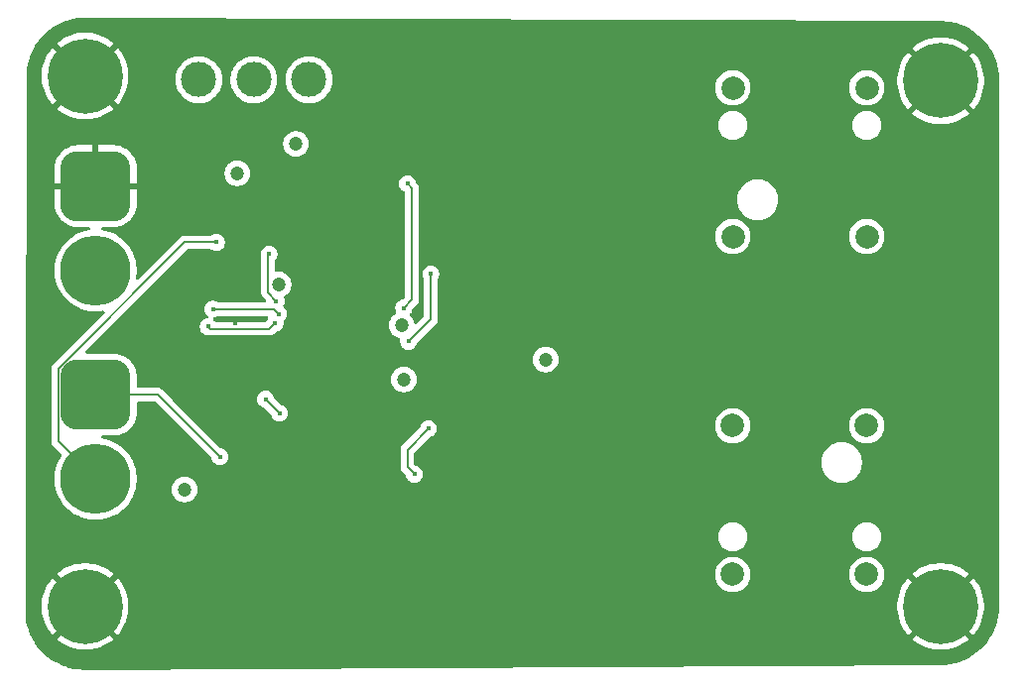
<source format=gbr>
%TF.GenerationSoftware,KiCad,Pcbnew,9.0.0*%
%TF.CreationDate,2025-03-23T10:17:33+01:00*%
%TF.ProjectId,Pcb_Ampli2,5063625f-416d-4706-9c69-322e6b696361,rev?*%
%TF.SameCoordinates,Original*%
%TF.FileFunction,Copper,L4,Bot*%
%TF.FilePolarity,Positive*%
%FSLAX46Y46*%
G04 Gerber Fmt 4.6, Leading zero omitted, Abs format (unit mm)*
G04 Created by KiCad (PCBNEW 9.0.0) date 2025-03-23 10:17:33*
%MOMM*%
%LPD*%
G01*
G04 APERTURE LIST*
G04 Aperture macros list*
%AMRoundRect*
0 Rectangle with rounded corners*
0 $1 Rounding radius*
0 $2 $3 $4 $5 $6 $7 $8 $9 X,Y pos of 4 corners*
0 Add a 4 corners polygon primitive as box body*
4,1,4,$2,$3,$4,$5,$6,$7,$8,$9,$2,$3,0*
0 Add four circle primitives for the rounded corners*
1,1,$1+$1,$2,$3*
1,1,$1+$1,$4,$5*
1,1,$1+$1,$6,$7*
1,1,$1+$1,$8,$9*
0 Add four rect primitives between the rounded corners*
20,1,$1+$1,$2,$3,$4,$5,0*
20,1,$1+$1,$4,$5,$6,$7,0*
20,1,$1+$1,$6,$7,$8,$9,0*
20,1,$1+$1,$8,$9,$2,$3,0*%
G04 Aperture macros list end*
%TA.AperFunction,ComponentPad*%
%ADD10C,2.006600*%
%TD*%
%TA.AperFunction,ComponentPad*%
%ADD11C,0.800000*%
%TD*%
%TA.AperFunction,ComponentPad*%
%ADD12C,6.400000*%
%TD*%
%TA.AperFunction,ComponentPad*%
%ADD13RoundRect,1.500000X-1.500000X1.500000X-1.500000X-1.500000X1.500000X-1.500000X1.500000X1.500000X0*%
%TD*%
%TA.AperFunction,ComponentPad*%
%ADD14C,6.000000*%
%TD*%
%TA.AperFunction,ComponentPad*%
%ADD15C,3.000000*%
%TD*%
%TA.AperFunction,ViaPad*%
%ADD16C,0.450000*%
%TD*%
%TA.AperFunction,ViaPad*%
%ADD17C,1.200000*%
%TD*%
%TA.AperFunction,Conductor*%
%ADD18C,0.160000*%
%TD*%
G04 APERTURE END LIST*
D10*
%TO.P,J2,TN*%
%TO.N,Net-(C28-Pad1)*%
X147200000Y-63400000D03*
%TO.P,J2,T*%
X135770000Y-63400000D03*
%TO.P,J2,SN*%
%TO.N,Net-(C27-Pad2)*%
X147200000Y-50700000D03*
%TO.P,J2,S*%
X135770000Y-50700000D03*
%TD*%
%TO.P,J3,TN*%
%TO.N,Net-(C33-Pad2)*%
X135751600Y-79558896D03*
%TO.P,J3,T*%
X147181600Y-79558896D03*
%TO.P,J3,SN*%
%TO.N,Net-(C34-Pad1)*%
X135751600Y-92258896D03*
%TO.P,J3,S*%
X147181600Y-92258896D03*
%TD*%
D11*
%TO.P,H4,1,1*%
%TO.N,GND*%
X151100000Y-95000000D03*
X151802944Y-93302944D03*
X151802944Y-96697056D03*
X153500000Y-92600000D03*
D12*
X153500000Y-95000000D03*
D11*
X153500000Y-97400000D03*
X155197056Y-93302944D03*
X155197056Y-96697056D03*
X155900000Y-95000000D03*
%TD*%
%TO.P,H1,1,1*%
%TO.N,GND*%
X78100000Y-49700000D03*
X78802944Y-48002944D03*
X78802944Y-51397056D03*
X80500000Y-47300000D03*
D12*
X80500000Y-49700000D03*
D11*
X80500000Y-52100000D03*
X82197056Y-48002944D03*
X82197056Y-51397056D03*
X82900000Y-49700000D03*
%TD*%
%TO.P,H2,1,1*%
%TO.N,GND*%
X151100000Y-50100000D03*
X151802944Y-48402944D03*
X151802944Y-51797056D03*
X153500000Y-47700000D03*
D12*
X153500000Y-50100000D03*
D11*
X153500000Y-52500000D03*
X155197056Y-48402944D03*
X155197056Y-51797056D03*
X155900000Y-50100000D03*
%TD*%
D13*
%TO.P,J4,1,Pin_1*%
%TO.N,Net-(J4-Pin_1)*%
X81400000Y-76900000D03*
D14*
%TO.P,J4,2,Pin_2*%
%TO.N,Net-(J4-Pin_2)*%
X81400000Y-84100000D03*
%TD*%
D11*
%TO.P,H3,1,1*%
%TO.N,GND*%
X78100000Y-95000000D03*
X78802944Y-93302944D03*
X78802944Y-96697056D03*
X80500000Y-92600000D03*
D12*
X80500000Y-95000000D03*
D11*
X80500000Y-97400000D03*
X82197056Y-93302944D03*
X82197056Y-96697056D03*
X82900000Y-95000000D03*
%TD*%
D13*
%TO.P,J1,1,Pin_1*%
%TO.N,GND*%
X81400000Y-59100000D03*
D14*
%TO.P,J1,2,Pin_2*%
%TO.N,Net-(J1-Pin_2)*%
X81400000Y-66300000D03*
%TD*%
D15*
%TO.P,SW1,1,A*%
%TO.N,+24V*%
X99600000Y-50000000D03*
%TO.P,SW1,2,B*%
%TO.N,Net-(J1-Pin_2)*%
X94900000Y-50000000D03*
%TO.P,SW1,3,C*%
%TO.N,unconnected-(SW1-C-Pad3)*%
X90200000Y-50000000D03*
%TD*%
D16*
%TO.N,GND*%
X128450000Y-62850000D03*
X107000000Y-68200000D03*
X121400000Y-59600000D03*
X93325000Y-73475000D03*
X107900000Y-78400000D03*
X94400000Y-89400000D03*
X121500000Y-80500000D03*
X121500000Y-64700000D03*
X107650000Y-73350000D03*
X121300000Y-86900000D03*
X110400000Y-73750000D03*
X96800000Y-73250000D03*
X88100000Y-69800000D03*
X99700000Y-67700000D03*
X93300000Y-70800000D03*
D17*
%TO.N,+24V*%
X119800000Y-73900000D03*
X93500000Y-58000000D03*
X89000000Y-85000000D03*
X97000000Y-67500000D03*
X107500000Y-71000000D03*
X107700000Y-75600000D03*
X98500000Y-55500000D03*
D16*
%TO.N,Net-(J4-Pin_2)*%
X91700000Y-63900000D03*
%TO.N,Net-(TPA1-5_Input_A)*%
X96200000Y-64900000D03*
X96800000Y-68900000D03*
%TO.N,Net-(J4-Pin_1)*%
X92000000Y-82200000D03*
%TO.N,Net-(TPA1-20_VBG)*%
X95900000Y-77300000D03*
X97100000Y-78500000D03*
%TO.N,Net-(TPA1-39_OUT_A)*%
X107700000Y-69500000D03*
X108000000Y-58900000D03*
%TO.N,Net-(TPA1-35_OUT_B)*%
X110000000Y-66600000D03*
X108100000Y-72350000D03*
%TO.N,Net-(TPA1-27_OUT_D)*%
X109800000Y-79800000D03*
X108600000Y-83700000D03*
%TO.N,Net-(TPA1-7_OC_ADJ)*%
X97000000Y-70000000D03*
X91400000Y-69600000D03*
%TO.N,Net-(TPA1-8_FREQ_ADJ)*%
X96700000Y-70800000D03*
X91000000Y-71100000D03*
%TD*%
D18*
%TO.N,Net-(J4-Pin_2)*%
X78219000Y-80919000D02*
X81400000Y-84100000D01*
X91700000Y-63900000D02*
X89015436Y-63900000D01*
X89015436Y-63900000D02*
X78219000Y-74696436D01*
X78219000Y-74696436D02*
X78219000Y-80919000D01*
%TO.N,Net-(TPA1-5_Input_A)*%
X96119000Y-68219000D02*
X96119000Y-64981000D01*
X96800000Y-68900000D02*
X96119000Y-68219000D01*
X96119000Y-64981000D02*
X96200000Y-64900000D01*
%TO.N,Net-(J4-Pin_1)*%
X86700000Y-76900000D02*
X81400000Y-76900000D01*
X92000000Y-82200000D02*
X86700000Y-76900000D01*
%TO.N,Net-(TPA1-20_VBG)*%
X95900000Y-77300000D02*
X97100000Y-78500000D01*
%TO.N,Net-(TPA1-39_OUT_A)*%
X108400000Y-59300000D02*
X108000000Y-58900000D01*
X107700000Y-69500000D02*
X108400000Y-68800000D01*
X108400000Y-68800000D02*
X108400000Y-59300000D01*
%TO.N,Net-(TPA1-35_OUT_B)*%
X110000000Y-70500000D02*
X110000000Y-66600000D01*
X109950000Y-70500000D02*
X110000000Y-70500000D01*
X108100000Y-72350000D02*
X109950000Y-70500000D01*
%TO.N,Net-(TPA1-27_OUT_D)*%
X108000000Y-83100000D02*
X108000000Y-82700000D01*
X108000000Y-81600000D02*
X109800000Y-79800000D01*
X108000000Y-82700000D02*
X108000000Y-81600000D01*
X108600000Y-83700000D02*
X108000000Y-83100000D01*
%TO.N,Net-(TPA1-7_OC_ADJ)*%
X97000000Y-70000000D02*
X96600000Y-69600000D01*
X96600000Y-69600000D02*
X91400000Y-69600000D01*
%TO.N,Net-(TPA1-8_FREQ_ADJ)*%
X96700000Y-70800000D02*
X96219000Y-71281000D01*
X91181000Y-71281000D02*
X91000000Y-71100000D01*
X96219000Y-71281000D02*
X91181000Y-71281000D01*
%TD*%
%TA.AperFunction,Conductor*%
%TO.N,GND*%
G36*
X96019149Y-70183363D02*
G01*
X96029233Y-70182097D01*
X96052107Y-70193040D01*
X96076437Y-70200185D01*
X96083091Y-70207865D01*
X96092261Y-70212252D01*
X96105588Y-70233828D01*
X96122192Y-70252989D01*
X96123638Y-70263047D01*
X96128980Y-70271695D01*
X96128527Y-70297050D01*
X96132136Y-70322147D01*
X96127881Y-70333250D01*
X96127733Y-70341553D01*
X96112500Y-70373391D01*
X96057074Y-70456340D01*
X96057069Y-70456349D01*
X96002380Y-70588381D01*
X96002380Y-70588382D01*
X95999931Y-70600694D01*
X95967544Y-70662605D01*
X95906827Y-70697177D01*
X95878314Y-70700500D01*
X91671893Y-70700500D01*
X91604854Y-70680815D01*
X91582709Y-70662653D01*
X91574975Y-70654647D01*
X91563532Y-70637521D01*
X91462479Y-70536468D01*
X91457778Y-70533327D01*
X91449461Y-70524717D01*
X91436440Y-70499860D01*
X91420647Y-70476676D01*
X91420450Y-70469332D01*
X91417041Y-70462824D01*
X91419526Y-70434878D01*
X91418774Y-70406831D01*
X91422579Y-70400545D01*
X91423230Y-70393229D01*
X91440428Y-70371063D01*
X91454959Y-70347062D01*
X91461697Y-70343651D01*
X91466061Y-70338027D01*
X91488416Y-70330126D01*
X91514454Y-70316947D01*
X91536181Y-70312624D01*
X91611620Y-70297619D01*
X91743653Y-70242929D01*
X91743653Y-70242928D01*
X91743655Y-70242928D01*
X91805810Y-70201398D01*
X91872487Y-70180520D01*
X91874700Y-70180500D01*
X96009398Y-70180500D01*
X96019149Y-70183363D01*
G37*
%TD.AperFunction*%
%TA.AperFunction,Conductor*%
G36*
X153448435Y-45000288D02*
G01*
X153449146Y-45000500D01*
X153497443Y-45000500D01*
X153502566Y-45000605D01*
X153870276Y-45015814D01*
X153875906Y-45016177D01*
X153959956Y-45023530D01*
X153964429Y-45024004D01*
X154287028Y-45064216D01*
X154293169Y-45065140D01*
X154371766Y-45078999D01*
X154375594Y-45079737D01*
X154699008Y-45147549D01*
X154705622Y-45149128D01*
X154774576Y-45167604D01*
X154777787Y-45168512D01*
X155103169Y-45265383D01*
X155110157Y-45267692D01*
X155164056Y-45287310D01*
X155166678Y-45288299D01*
X155496425Y-45416967D01*
X155503729Y-45420089D01*
X155534837Y-45434595D01*
X155536641Y-45435458D01*
X155874902Y-45600823D01*
X155883883Y-45605683D01*
X156230070Y-45811966D01*
X156238638Y-45817564D01*
X156566593Y-46051719D01*
X156574668Y-46058005D01*
X156756591Y-46212086D01*
X156882155Y-46318433D01*
X156889695Y-46325374D01*
X157174625Y-46610304D01*
X157181566Y-46617844D01*
X157271937Y-46724545D01*
X157439655Y-46922570D01*
X157441989Y-46925325D01*
X157448284Y-46933412D01*
X157682431Y-47261355D01*
X157688037Y-47269935D01*
X157894309Y-47616105D01*
X157899186Y-47625119D01*
X158064467Y-47963206D01*
X158065450Y-47965262D01*
X158079902Y-47996255D01*
X158083036Y-48003584D01*
X158211691Y-48333300D01*
X158212696Y-48335964D01*
X158232299Y-48389822D01*
X158234622Y-48396851D01*
X158331475Y-48722173D01*
X158332405Y-48725462D01*
X158350867Y-48794364D01*
X158352453Y-48801010D01*
X158420250Y-49124350D01*
X158421005Y-49128265D01*
X158434854Y-49206807D01*
X158435786Y-49213001D01*
X158475990Y-49535538D01*
X158476470Y-49540069D01*
X158483819Y-49624067D01*
X158484185Y-49629749D01*
X158499394Y-49997437D01*
X158499500Y-50002562D01*
X158499500Y-94997437D01*
X158499394Y-95002562D01*
X158484185Y-95370249D01*
X158483819Y-95375931D01*
X158476470Y-95459929D01*
X158475990Y-95464460D01*
X158435786Y-95786997D01*
X158434854Y-95793191D01*
X158421005Y-95871733D01*
X158420250Y-95875648D01*
X158352453Y-96198988D01*
X158350867Y-96205634D01*
X158332405Y-96274536D01*
X158331475Y-96277825D01*
X158234622Y-96603147D01*
X158232299Y-96610176D01*
X158212696Y-96664034D01*
X158211691Y-96666698D01*
X158083036Y-96996414D01*
X158079902Y-97003743D01*
X158065471Y-97034691D01*
X158064489Y-97036747D01*
X157899182Y-97374889D01*
X157894304Y-97383903D01*
X157688037Y-97730064D01*
X157682431Y-97738644D01*
X157448284Y-98066587D01*
X157441989Y-98074674D01*
X157181566Y-98382155D01*
X157174625Y-98389695D01*
X156889695Y-98674625D01*
X156882155Y-98681566D01*
X156574674Y-98941989D01*
X156566587Y-98948284D01*
X156238644Y-99182431D01*
X156230064Y-99188037D01*
X155883903Y-99394304D01*
X155874889Y-99399182D01*
X155536747Y-99564489D01*
X155534691Y-99565471D01*
X155503743Y-99579902D01*
X155496414Y-99583036D01*
X155166698Y-99711691D01*
X155164034Y-99712696D01*
X155110176Y-99732299D01*
X155103147Y-99734622D01*
X154777825Y-99831475D01*
X154774536Y-99832405D01*
X154705634Y-99850867D01*
X154698988Y-99852453D01*
X154375648Y-99920250D01*
X154371733Y-99921005D01*
X154293191Y-99934854D01*
X154286997Y-99935786D01*
X153964460Y-99975990D01*
X153959929Y-99976470D01*
X153875931Y-99983819D01*
X153870249Y-99984185D01*
X153502563Y-99999394D01*
X153497438Y-99999500D01*
X153451094Y-99999500D01*
X153448534Y-99999780D01*
X80402900Y-100399483D01*
X80397097Y-100399379D01*
X80029749Y-100384185D01*
X80024065Y-100383819D01*
X79940068Y-100376470D01*
X79935538Y-100375990D01*
X79613001Y-100335786D01*
X79606807Y-100334854D01*
X79528265Y-100321005D01*
X79524350Y-100320250D01*
X79201010Y-100252453D01*
X79194364Y-100250867D01*
X79125462Y-100232405D01*
X79122173Y-100231475D01*
X78796851Y-100134622D01*
X78789822Y-100132299D01*
X78735964Y-100112696D01*
X78733300Y-100111691D01*
X78403584Y-99983036D01*
X78396255Y-99979902D01*
X78365262Y-99965450D01*
X78363206Y-99964467D01*
X78025119Y-99799186D01*
X78016105Y-99794309D01*
X77669935Y-99588037D01*
X77661355Y-99582431D01*
X77333412Y-99348284D01*
X77325325Y-99341989D01*
X77017844Y-99081566D01*
X77010304Y-99074625D01*
X76725374Y-98789695D01*
X76718433Y-98782155D01*
X76458010Y-98474674D01*
X76451715Y-98466587D01*
X76394226Y-98386069D01*
X76217564Y-98138638D01*
X76211962Y-98130064D01*
X76174138Y-98066587D01*
X76005689Y-97783893D01*
X76000823Y-97774902D01*
X75835458Y-97436641D01*
X75834595Y-97434837D01*
X75820089Y-97403729D01*
X75816962Y-97396414D01*
X75812080Y-97383903D01*
X75688299Y-97066679D01*
X75687302Y-97064034D01*
X75667692Y-97010157D01*
X75665383Y-97003169D01*
X75568512Y-96677787D01*
X75567604Y-96674576D01*
X75549128Y-96605622D01*
X75547549Y-96599008D01*
X75479737Y-96275594D01*
X75478999Y-96271766D01*
X75465140Y-96193169D01*
X75464216Y-96187028D01*
X75424004Y-95864429D01*
X75423530Y-95859956D01*
X75416177Y-95775906D01*
X75415814Y-95770277D01*
X75400610Y-95402664D01*
X75400505Y-95397350D01*
X75401772Y-94818234D01*
X76800000Y-94818234D01*
X76800000Y-95181765D01*
X76835632Y-95543556D01*
X76906550Y-95900090D01*
X76906553Y-95900101D01*
X77012086Y-96247997D01*
X77151207Y-96583864D01*
X77151209Y-96583869D01*
X77322570Y-96904462D01*
X77322581Y-96904480D01*
X77524551Y-97206750D01*
X77711678Y-97434765D01*
X77711679Y-97434766D01*
X79205747Y-95940697D01*
X79279588Y-96042330D01*
X79457670Y-96220412D01*
X79559301Y-96294251D01*
X78065232Y-97788319D01*
X78065233Y-97788320D01*
X78293249Y-97975448D01*
X78595519Y-98177418D01*
X78595537Y-98177429D01*
X78916130Y-98348790D01*
X78916135Y-98348792D01*
X79252002Y-98487913D01*
X79599898Y-98593446D01*
X79599909Y-98593449D01*
X79956443Y-98664367D01*
X80318234Y-98700000D01*
X80681766Y-98700000D01*
X81043556Y-98664367D01*
X81400090Y-98593449D01*
X81400101Y-98593446D01*
X81747997Y-98487913D01*
X82083864Y-98348792D01*
X82083869Y-98348790D01*
X82404462Y-98177429D01*
X82404480Y-98177418D01*
X82706736Y-97975457D01*
X82706750Y-97975447D01*
X82934765Y-97788320D01*
X82934766Y-97788319D01*
X81440698Y-96294251D01*
X81542330Y-96220412D01*
X81720412Y-96042330D01*
X81794251Y-95940698D01*
X83288319Y-97434766D01*
X83288320Y-97434765D01*
X83475447Y-97206750D01*
X83475457Y-97206736D01*
X83677418Y-96904480D01*
X83677429Y-96904462D01*
X83848790Y-96583869D01*
X83848792Y-96583864D01*
X83987913Y-96247997D01*
X84093446Y-95900101D01*
X84093449Y-95900090D01*
X84164367Y-95543556D01*
X84200000Y-95181765D01*
X84200000Y-94818234D01*
X149800000Y-94818234D01*
X149800000Y-95181765D01*
X149835632Y-95543556D01*
X149906550Y-95900090D01*
X149906553Y-95900101D01*
X150012086Y-96247997D01*
X150151207Y-96583864D01*
X150151209Y-96583869D01*
X150322570Y-96904462D01*
X150322581Y-96904480D01*
X150524551Y-97206750D01*
X150711678Y-97434765D01*
X150711679Y-97434766D01*
X152205747Y-95940697D01*
X152279588Y-96042330D01*
X152457670Y-96220412D01*
X152559301Y-96294251D01*
X151065232Y-97788319D01*
X151065233Y-97788320D01*
X151293249Y-97975448D01*
X151595519Y-98177418D01*
X151595537Y-98177429D01*
X151916130Y-98348790D01*
X151916135Y-98348792D01*
X152252002Y-98487913D01*
X152599898Y-98593446D01*
X152599909Y-98593449D01*
X152956443Y-98664367D01*
X153318234Y-98700000D01*
X153681766Y-98700000D01*
X154043556Y-98664367D01*
X154400090Y-98593449D01*
X154400101Y-98593446D01*
X154747997Y-98487913D01*
X155083864Y-98348792D01*
X155083869Y-98348790D01*
X155404462Y-98177429D01*
X155404480Y-98177418D01*
X155706736Y-97975457D01*
X155706750Y-97975447D01*
X155934765Y-97788320D01*
X155934766Y-97788319D01*
X154440698Y-96294251D01*
X154542330Y-96220412D01*
X154720412Y-96042330D01*
X154794251Y-95940698D01*
X156288319Y-97434766D01*
X156288320Y-97434765D01*
X156475447Y-97206750D01*
X156475457Y-97206736D01*
X156677418Y-96904480D01*
X156677429Y-96904462D01*
X156848790Y-96583869D01*
X156848792Y-96583864D01*
X156987913Y-96247997D01*
X157093446Y-95900101D01*
X157093449Y-95900090D01*
X157164367Y-95543556D01*
X157200000Y-95181765D01*
X157200000Y-94818234D01*
X157164367Y-94456443D01*
X157093449Y-94099909D01*
X157093446Y-94099898D01*
X156987913Y-93752002D01*
X156848792Y-93416135D01*
X156848790Y-93416130D01*
X156677429Y-93095537D01*
X156677418Y-93095519D01*
X156475448Y-92793249D01*
X156288320Y-92565233D01*
X156288319Y-92565232D01*
X154794251Y-94059300D01*
X154720412Y-93957670D01*
X154542330Y-93779588D01*
X154440698Y-93705748D01*
X155934766Y-92211679D01*
X155934765Y-92211678D01*
X155706750Y-92024551D01*
X155404480Y-91822581D01*
X155404462Y-91822570D01*
X155083869Y-91651209D01*
X155083864Y-91651207D01*
X154747997Y-91512086D01*
X154400101Y-91406553D01*
X154400090Y-91406550D01*
X154043556Y-91335632D01*
X153681766Y-91300000D01*
X153318234Y-91300000D01*
X152956443Y-91335632D01*
X152599909Y-91406550D01*
X152599898Y-91406553D01*
X152252002Y-91512086D01*
X151916135Y-91651207D01*
X151916130Y-91651209D01*
X151595537Y-91822570D01*
X151595519Y-91822581D01*
X151293258Y-92024545D01*
X151293254Y-92024548D01*
X151065233Y-92211679D01*
X151065233Y-92211680D01*
X152559301Y-93705748D01*
X152457670Y-93779588D01*
X152279588Y-93957670D01*
X152205748Y-94059301D01*
X150711680Y-92565233D01*
X150711679Y-92565233D01*
X150524548Y-92793254D01*
X150524545Y-92793258D01*
X150322581Y-93095519D01*
X150322570Y-93095537D01*
X150151209Y-93416130D01*
X150151207Y-93416135D01*
X150012086Y-93752002D01*
X149906553Y-94099898D01*
X149906550Y-94099909D01*
X149835632Y-94456443D01*
X149800000Y-94818234D01*
X84200000Y-94818234D01*
X84164367Y-94456443D01*
X84093449Y-94099909D01*
X84093446Y-94099898D01*
X83987913Y-93752002D01*
X83848792Y-93416135D01*
X83848790Y-93416130D01*
X83677429Y-93095537D01*
X83677418Y-93095519D01*
X83475448Y-92793249D01*
X83288320Y-92565233D01*
X83288319Y-92565232D01*
X81794251Y-94059300D01*
X81720412Y-93957670D01*
X81542330Y-93779588D01*
X81440698Y-93705748D01*
X82934766Y-92211679D01*
X82934766Y-92211678D01*
X82848089Y-92140544D01*
X134247800Y-92140544D01*
X134247800Y-92377247D01*
X134284829Y-92611038D01*
X134284829Y-92611041D01*
X134357972Y-92836152D01*
X134357974Y-92836155D01*
X134465435Y-93047059D01*
X134604566Y-93238556D01*
X134771940Y-93405930D01*
X134963437Y-93545061D01*
X135133195Y-93631557D01*
X135174343Y-93652523D01*
X135399455Y-93725666D01*
X135399456Y-93725666D01*
X135399459Y-93725667D01*
X135633248Y-93762696D01*
X135633249Y-93762696D01*
X135869951Y-93762696D01*
X135869952Y-93762696D01*
X136103741Y-93725667D01*
X136103744Y-93725666D01*
X136103745Y-93725666D01*
X136328856Y-93652523D01*
X136328856Y-93652522D01*
X136328859Y-93652522D01*
X136539763Y-93545061D01*
X136731260Y-93405930D01*
X136898634Y-93238556D01*
X137037765Y-93047059D01*
X137145226Y-92836155D01*
X137218371Y-92611037D01*
X137255400Y-92377248D01*
X137255400Y-92140544D01*
X145677800Y-92140544D01*
X145677800Y-92377247D01*
X145714829Y-92611038D01*
X145714829Y-92611041D01*
X145787972Y-92836152D01*
X145787974Y-92836155D01*
X145895435Y-93047059D01*
X146034566Y-93238556D01*
X146201940Y-93405930D01*
X146393437Y-93545061D01*
X146563195Y-93631557D01*
X146604343Y-93652523D01*
X146829455Y-93725666D01*
X146829456Y-93725666D01*
X146829459Y-93725667D01*
X147063248Y-93762696D01*
X147063249Y-93762696D01*
X147299951Y-93762696D01*
X147299952Y-93762696D01*
X147533741Y-93725667D01*
X147533744Y-93725666D01*
X147533745Y-93725666D01*
X147758856Y-93652523D01*
X147758856Y-93652522D01*
X147758859Y-93652522D01*
X147969763Y-93545061D01*
X148161260Y-93405930D01*
X148328634Y-93238556D01*
X148467765Y-93047059D01*
X148575226Y-92836155D01*
X148648371Y-92611037D01*
X148685400Y-92377248D01*
X148685400Y-92140544D01*
X148648371Y-91906755D01*
X148648370Y-91906751D01*
X148648370Y-91906750D01*
X148575227Y-91681639D01*
X148467764Y-91470732D01*
X148421133Y-91406550D01*
X148328634Y-91279236D01*
X148161260Y-91111862D01*
X147969763Y-90972731D01*
X147758856Y-90865268D01*
X147533744Y-90792125D01*
X147358399Y-90764353D01*
X147299952Y-90755096D01*
X147063248Y-90755096D01*
X146985318Y-90767439D01*
X146829457Y-90792125D01*
X146829454Y-90792125D01*
X146604343Y-90865268D01*
X146393436Y-90972731D01*
X146284180Y-91052110D01*
X146201940Y-91111862D01*
X146201938Y-91111864D01*
X146201937Y-91111864D01*
X146034568Y-91279233D01*
X146034568Y-91279234D01*
X146034566Y-91279236D01*
X146019480Y-91300000D01*
X145895435Y-91470732D01*
X145787972Y-91681639D01*
X145714829Y-91906750D01*
X145714829Y-91906753D01*
X145677800Y-92140544D01*
X137255400Y-92140544D01*
X137218371Y-91906755D01*
X137218370Y-91906751D01*
X137218370Y-91906750D01*
X137145227Y-91681639D01*
X137037764Y-91470732D01*
X136991133Y-91406550D01*
X136898634Y-91279236D01*
X136731260Y-91111862D01*
X136539763Y-90972731D01*
X136328856Y-90865268D01*
X136103744Y-90792125D01*
X135928399Y-90764353D01*
X135869952Y-90755096D01*
X135633248Y-90755096D01*
X135555318Y-90767439D01*
X135399457Y-90792125D01*
X135399454Y-90792125D01*
X135174343Y-90865268D01*
X134963436Y-90972731D01*
X134854180Y-91052110D01*
X134771940Y-91111862D01*
X134771938Y-91111864D01*
X134771937Y-91111864D01*
X134604568Y-91279233D01*
X134604568Y-91279234D01*
X134604566Y-91279236D01*
X134589480Y-91300000D01*
X134465435Y-91470732D01*
X134357972Y-91681639D01*
X134284829Y-91906750D01*
X134284829Y-91906753D01*
X134247800Y-92140544D01*
X82848089Y-92140544D01*
X82706750Y-92024551D01*
X82404480Y-91822581D01*
X82404462Y-91822570D01*
X82083869Y-91651209D01*
X82083864Y-91651207D01*
X81747997Y-91512086D01*
X81400101Y-91406553D01*
X81400090Y-91406550D01*
X81043556Y-91335632D01*
X80681766Y-91300000D01*
X80318234Y-91300000D01*
X79956443Y-91335632D01*
X79599909Y-91406550D01*
X79599898Y-91406553D01*
X79252002Y-91512086D01*
X78916135Y-91651207D01*
X78916130Y-91651209D01*
X78595537Y-91822570D01*
X78595519Y-91822581D01*
X78293258Y-92024545D01*
X78293254Y-92024548D01*
X78065233Y-92211679D01*
X78065233Y-92211680D01*
X79559301Y-93705748D01*
X79457670Y-93779588D01*
X79279588Y-93957670D01*
X79205748Y-94059301D01*
X77711680Y-92565233D01*
X77711679Y-92565233D01*
X77524548Y-92793254D01*
X77524545Y-92793258D01*
X77322581Y-93095519D01*
X77322570Y-93095537D01*
X77151209Y-93416130D01*
X77151207Y-93416135D01*
X77012086Y-93752002D01*
X76906553Y-94099898D01*
X76906550Y-94099909D01*
X76835632Y-94456443D01*
X76800000Y-94818234D01*
X75401772Y-94818234D01*
X75414590Y-88960212D01*
X134497800Y-88960212D01*
X134497800Y-89157563D01*
X134528673Y-89352488D01*
X134528673Y-89352491D01*
X134589656Y-89540177D01*
X134589658Y-89540180D01*
X134679254Y-89716022D01*
X134795255Y-89875684D01*
X134934804Y-90015233D01*
X135094466Y-90131234D01*
X135270308Y-90220830D01*
X135270310Y-90220831D01*
X135457997Y-90281814D01*
X135457998Y-90281814D01*
X135458001Y-90281815D01*
X135652924Y-90312688D01*
X135652925Y-90312688D01*
X135850275Y-90312688D01*
X135850276Y-90312688D01*
X136045199Y-90281815D01*
X136045202Y-90281814D01*
X136045203Y-90281814D01*
X136232889Y-90220831D01*
X136232889Y-90220830D01*
X136232892Y-90220830D01*
X136408734Y-90131234D01*
X136568396Y-90015233D01*
X136707945Y-89875684D01*
X136823946Y-89716022D01*
X136913542Y-89540180D01*
X136974527Y-89352487D01*
X137005400Y-89157564D01*
X137005400Y-88960212D01*
X145927800Y-88960212D01*
X145927800Y-89157563D01*
X145958673Y-89352488D01*
X145958673Y-89352491D01*
X146019656Y-89540177D01*
X146019658Y-89540180D01*
X146109254Y-89716022D01*
X146225255Y-89875684D01*
X146364804Y-90015233D01*
X146524466Y-90131234D01*
X146700308Y-90220830D01*
X146700310Y-90220831D01*
X146887997Y-90281814D01*
X146887998Y-90281814D01*
X146888001Y-90281815D01*
X147082924Y-90312688D01*
X147082925Y-90312688D01*
X147280275Y-90312688D01*
X147280276Y-90312688D01*
X147475199Y-90281815D01*
X147475202Y-90281814D01*
X147475203Y-90281814D01*
X147662889Y-90220831D01*
X147662889Y-90220830D01*
X147662892Y-90220830D01*
X147838734Y-90131234D01*
X147998396Y-90015233D01*
X148137945Y-89875684D01*
X148253946Y-89716022D01*
X148343542Y-89540180D01*
X148404527Y-89352487D01*
X148435400Y-89157564D01*
X148435400Y-88960212D01*
X148404527Y-88765289D01*
X148404526Y-88765285D01*
X148404526Y-88765284D01*
X148343543Y-88577598D01*
X148253945Y-88401753D01*
X148137945Y-88242092D01*
X147998396Y-88102543D01*
X147838734Y-87986542D01*
X147662889Y-87896944D01*
X147475202Y-87835961D01*
X147329006Y-87812806D01*
X147280276Y-87805088D01*
X147082924Y-87805088D01*
X147017949Y-87815379D01*
X146887999Y-87835961D01*
X146887996Y-87835961D01*
X146700310Y-87896944D01*
X146524465Y-87986542D01*
X146364801Y-88102545D01*
X146225257Y-88242089D01*
X146109254Y-88401753D01*
X146019656Y-88577598D01*
X145958673Y-88765284D01*
X145958673Y-88765287D01*
X145927800Y-88960212D01*
X137005400Y-88960212D01*
X136974527Y-88765289D01*
X136974526Y-88765285D01*
X136974526Y-88765284D01*
X136913543Y-88577598D01*
X136823945Y-88401753D01*
X136707945Y-88242092D01*
X136568396Y-88102543D01*
X136408734Y-87986542D01*
X136232889Y-87896944D01*
X136045202Y-87835961D01*
X135899006Y-87812806D01*
X135850276Y-87805088D01*
X135652924Y-87805088D01*
X135587949Y-87815379D01*
X135457999Y-87835961D01*
X135457996Y-87835961D01*
X135270310Y-87896944D01*
X135094465Y-87986542D01*
X134934801Y-88102545D01*
X134795257Y-88242089D01*
X134679254Y-88401753D01*
X134589656Y-88577598D01*
X134528673Y-88765284D01*
X134528673Y-88765287D01*
X134497800Y-88960212D01*
X75414590Y-88960212D01*
X75445969Y-74620012D01*
X77638500Y-74620012D01*
X77638500Y-80842575D01*
X77638500Y-80995425D01*
X77655551Y-81059060D01*
X77678060Y-81143065D01*
X77736084Y-81243565D01*
X77754485Y-81275436D01*
X77754487Y-81275438D01*
X78475494Y-81996445D01*
X78508979Y-82057768D01*
X78503995Y-82127460D01*
X78490916Y-82153016D01*
X78393901Y-82298210D01*
X78393893Y-82298224D01*
X78231772Y-82601530D01*
X78231770Y-82601535D01*
X78100150Y-82919293D01*
X78000308Y-83248427D01*
X77933210Y-83585750D01*
X77907188Y-83849966D01*
X77899500Y-83928031D01*
X77899500Y-84271969D01*
X77906489Y-84342929D01*
X77933210Y-84614249D01*
X78000308Y-84951572D01*
X78100150Y-85280706D01*
X78231770Y-85598464D01*
X78231772Y-85598469D01*
X78393893Y-85901775D01*
X78393904Y-85901793D01*
X78584975Y-86187751D01*
X78584985Y-86187765D01*
X78803176Y-86453632D01*
X79046367Y-86696823D01*
X79046372Y-86696827D01*
X79046373Y-86696828D01*
X79312240Y-86915019D01*
X79598213Y-87106100D01*
X79598222Y-87106105D01*
X79598224Y-87106106D01*
X79901530Y-87268227D01*
X79901532Y-87268227D01*
X79901538Y-87268231D01*
X80219295Y-87399850D01*
X80548422Y-87499690D01*
X80885750Y-87566789D01*
X81228031Y-87600500D01*
X81228034Y-87600500D01*
X81571966Y-87600500D01*
X81571969Y-87600500D01*
X81914250Y-87566789D01*
X82251578Y-87499690D01*
X82580705Y-87399850D01*
X82898462Y-87268231D01*
X83201787Y-87106100D01*
X83487760Y-86915019D01*
X83753627Y-86696828D01*
X83996828Y-86453627D01*
X84215019Y-86187760D01*
X84406100Y-85901787D01*
X84568231Y-85598462D01*
X84699850Y-85280705D01*
X84799690Y-84951578D01*
X84807286Y-84913389D01*
X87899500Y-84913389D01*
X87899500Y-85086611D01*
X87926598Y-85257701D01*
X87980127Y-85422445D01*
X88058768Y-85576788D01*
X88160586Y-85716928D01*
X88283072Y-85839414D01*
X88423212Y-85941232D01*
X88577555Y-86019873D01*
X88742299Y-86073402D01*
X88913389Y-86100500D01*
X88913390Y-86100500D01*
X89086610Y-86100500D01*
X89086611Y-86100500D01*
X89257701Y-86073402D01*
X89422445Y-86019873D01*
X89576788Y-85941232D01*
X89716928Y-85839414D01*
X89839414Y-85716928D01*
X89941232Y-85576788D01*
X90019873Y-85422445D01*
X90073402Y-85257701D01*
X90100500Y-85086611D01*
X90100500Y-84913389D01*
X90073402Y-84742299D01*
X90019873Y-84577555D01*
X89941232Y-84423212D01*
X89839414Y-84283072D01*
X89716928Y-84160586D01*
X89576788Y-84058768D01*
X89422445Y-83980127D01*
X89257701Y-83926598D01*
X89257699Y-83926597D01*
X89257698Y-83926597D01*
X89126271Y-83905781D01*
X89086611Y-83899500D01*
X88913389Y-83899500D01*
X88873728Y-83905781D01*
X88742302Y-83926597D01*
X88577552Y-83980128D01*
X88423211Y-84058768D01*
X88343256Y-84116859D01*
X88283072Y-84160586D01*
X88283070Y-84160588D01*
X88283069Y-84160588D01*
X88160588Y-84283069D01*
X88160588Y-84283070D01*
X88160586Y-84283072D01*
X88117100Y-84342925D01*
X88058768Y-84423211D01*
X87980128Y-84577552D01*
X87926597Y-84742302D01*
X87904103Y-84884325D01*
X87899500Y-84913389D01*
X84807286Y-84913389D01*
X84866789Y-84614250D01*
X84900500Y-84271969D01*
X84900500Y-83928031D01*
X84866789Y-83585750D01*
X84799690Y-83248422D01*
X84699850Y-82919295D01*
X84568231Y-82601538D01*
X84564335Y-82594250D01*
X84406106Y-82298224D01*
X84406105Y-82298222D01*
X84406100Y-82298213D01*
X84215019Y-82012240D01*
X83996828Y-81746373D01*
X83996827Y-81746372D01*
X83996823Y-81746367D01*
X83753632Y-81503176D01*
X83487765Y-81284985D01*
X83487764Y-81284984D01*
X83487760Y-81284981D01*
X83201787Y-81093900D01*
X83201782Y-81093897D01*
X83201775Y-81093893D01*
X82898469Y-80931772D01*
X82898464Y-80931770D01*
X82580706Y-80800150D01*
X82251572Y-80700308D01*
X81979134Y-80646117D01*
X81917223Y-80613732D01*
X81882649Y-80553016D01*
X81886388Y-80483247D01*
X81927255Y-80426575D01*
X81992273Y-80400994D01*
X82003325Y-80400500D01*
X82971448Y-80400500D01*
X83185428Y-80385196D01*
X83360742Y-80347059D01*
X83465037Y-80324371D01*
X83465037Y-80324370D01*
X83465046Y-80324369D01*
X83733161Y-80224367D01*
X83984315Y-80087226D01*
X84213395Y-79915739D01*
X84415739Y-79713395D01*
X84587226Y-79484315D01*
X84724367Y-79233161D01*
X84824369Y-78965046D01*
X84885196Y-78685428D01*
X84900500Y-78471448D01*
X84900500Y-77604500D01*
X84920185Y-77537461D01*
X84972989Y-77491706D01*
X85024500Y-77480500D01*
X86408187Y-77480500D01*
X86475226Y-77500185D01*
X86495868Y-77516819D01*
X91253860Y-82274810D01*
X91287345Y-82336133D01*
X91287796Y-82338299D01*
X91302379Y-82411614D01*
X91302381Y-82411620D01*
X91357069Y-82543650D01*
X91357074Y-82543659D01*
X91436467Y-82662478D01*
X91436470Y-82662482D01*
X91537517Y-82763529D01*
X91537521Y-82763532D01*
X91656340Y-82842925D01*
X91656346Y-82842928D01*
X91656347Y-82842929D01*
X91788380Y-82897619D01*
X91788384Y-82897619D01*
X91788385Y-82897620D01*
X91928542Y-82925500D01*
X91928545Y-82925500D01*
X92071457Y-82925500D01*
X92165751Y-82906742D01*
X92211620Y-82897619D01*
X92343653Y-82842929D01*
X92462479Y-82763532D01*
X92563532Y-82662479D01*
X92642929Y-82543653D01*
X92697619Y-82411620D01*
X92719542Y-82301408D01*
X92725500Y-82271457D01*
X92725500Y-82128542D01*
X92697620Y-81988385D01*
X92697619Y-81988384D01*
X92697619Y-81988380D01*
X92642929Y-81856347D01*
X92642928Y-81856346D01*
X92642925Y-81856340D01*
X92563532Y-81737521D01*
X92563529Y-81737517D01*
X92462482Y-81636470D01*
X92462478Y-81636467D01*
X92435665Y-81618551D01*
X92343659Y-81557074D01*
X92343650Y-81557069D01*
X92262790Y-81523576D01*
X107419500Y-81523576D01*
X107419500Y-82623576D01*
X107419500Y-83176424D01*
X107459060Y-83324065D01*
X107535484Y-83456435D01*
X107535485Y-83456436D01*
X107535486Y-83456437D01*
X107853860Y-83774811D01*
X107887345Y-83836134D01*
X107887796Y-83838300D01*
X107902379Y-83911614D01*
X107902381Y-83911620D01*
X107957069Y-84043650D01*
X107957074Y-84043659D01*
X108036467Y-84162478D01*
X108036470Y-84162482D01*
X108137517Y-84263529D01*
X108137521Y-84263532D01*
X108256340Y-84342925D01*
X108256346Y-84342928D01*
X108256347Y-84342929D01*
X108388380Y-84397619D01*
X108388384Y-84397619D01*
X108388385Y-84397620D01*
X108528542Y-84425500D01*
X108528545Y-84425500D01*
X108671457Y-84425500D01*
X108765751Y-84406742D01*
X108811620Y-84397619D01*
X108943653Y-84342929D01*
X109062479Y-84263532D01*
X109163532Y-84162479D01*
X109242929Y-84043653D01*
X109297619Y-83911620D01*
X109306965Y-83864634D01*
X109325500Y-83771457D01*
X109325500Y-83628542D01*
X109297620Y-83488385D01*
X109297619Y-83488384D01*
X109297619Y-83488380D01*
X109242929Y-83356347D01*
X109242928Y-83356346D01*
X109242925Y-83356340D01*
X109163532Y-83237521D01*
X109163529Y-83237517D01*
X109062482Y-83136470D01*
X109062478Y-83136467D01*
X108943659Y-83057074D01*
X108943650Y-83057069D01*
X108811620Y-83002381D01*
X108811614Y-83002379D01*
X108738300Y-82987796D01*
X108721543Y-82979030D01*
X108703065Y-82975011D01*
X108678028Y-82956268D01*
X108676389Y-82955411D01*
X108674811Y-82953860D01*
X108616819Y-82895868D01*
X108583334Y-82834545D01*
X108580500Y-82808187D01*
X108580500Y-82594250D01*
X143302500Y-82594250D01*
X143302500Y-82823549D01*
X143322971Y-82979030D01*
X143332428Y-83050865D01*
X143334091Y-83057071D01*
X143391771Y-83272338D01*
X143479511Y-83484160D01*
X143479515Y-83484170D01*
X143594155Y-83682732D01*
X143733733Y-83864634D01*
X143733739Y-83864641D01*
X143895858Y-84026760D01*
X143895865Y-84026766D01*
X144077767Y-84166344D01*
X144276329Y-84280984D01*
X144276330Y-84280984D01*
X144276333Y-84280986D01*
X144417553Y-84339481D01*
X144488161Y-84368728D01*
X144488162Y-84368728D01*
X144488164Y-84368729D01*
X144709635Y-84428072D01*
X144936958Y-84458000D01*
X144936965Y-84458000D01*
X145166235Y-84458000D01*
X145166242Y-84458000D01*
X145393565Y-84428072D01*
X145615036Y-84368729D01*
X145826867Y-84280986D01*
X146025433Y-84166344D01*
X146207336Y-84026765D01*
X146369465Y-83864636D01*
X146509044Y-83682733D01*
X146623686Y-83484167D01*
X146711429Y-83272336D01*
X146770772Y-83050865D01*
X146800700Y-82823542D01*
X146800700Y-82594258D01*
X146770772Y-82366935D01*
X146711429Y-82145464D01*
X146623686Y-81933633D01*
X146569887Y-81840451D01*
X146509044Y-81735067D01*
X146369466Y-81553165D01*
X146369460Y-81553158D01*
X146207341Y-81391039D01*
X146207334Y-81391033D01*
X146025432Y-81251455D01*
X145826870Y-81136815D01*
X145826860Y-81136811D01*
X145615038Y-81049071D01*
X145504300Y-81019399D01*
X145393565Y-80989728D01*
X145343048Y-80983077D01*
X145166249Y-80959800D01*
X145166242Y-80959800D01*
X144936958Y-80959800D01*
X144936950Y-80959800D01*
X144734893Y-80986402D01*
X144709635Y-80989728D01*
X144688374Y-80995425D01*
X144488161Y-81049071D01*
X144276339Y-81136811D01*
X144276329Y-81136815D01*
X144077767Y-81251455D01*
X143895865Y-81391033D01*
X143895858Y-81391039D01*
X143733739Y-81553158D01*
X143733733Y-81553165D01*
X143594155Y-81735067D01*
X143479515Y-81933629D01*
X143479511Y-81933639D01*
X143391771Y-82145461D01*
X143332428Y-82366936D01*
X143302500Y-82594250D01*
X108580500Y-82594250D01*
X108580500Y-81891812D01*
X108600185Y-81824773D01*
X108616814Y-81804136D01*
X109874813Y-80546136D01*
X109936134Y-80512653D01*
X109938151Y-80512232D01*
X110011620Y-80497619D01*
X110143653Y-80442929D01*
X110262479Y-80363532D01*
X110363532Y-80262479D01*
X110442929Y-80143653D01*
X110497619Y-80011620D01*
X110517626Y-79911041D01*
X110525500Y-79871457D01*
X110525500Y-79728542D01*
X110497620Y-79588385D01*
X110497619Y-79588381D01*
X110497619Y-79588380D01*
X110442929Y-79456347D01*
X110442928Y-79456346D01*
X110442925Y-79456340D01*
X110432370Y-79440544D01*
X134247800Y-79440544D01*
X134247800Y-79677247D01*
X134284829Y-79911038D01*
X134284829Y-79911041D01*
X134357972Y-80136152D01*
X134453874Y-80324369D01*
X134465435Y-80347059D01*
X134604566Y-80538556D01*
X134771940Y-80705930D01*
X134963437Y-80845061D01*
X135133611Y-80931769D01*
X135174343Y-80952523D01*
X135399455Y-81025666D01*
X135399456Y-81025666D01*
X135399459Y-81025667D01*
X135633248Y-81062696D01*
X135633249Y-81062696D01*
X135869951Y-81062696D01*
X135869952Y-81062696D01*
X136103741Y-81025667D01*
X136103744Y-81025666D01*
X136103745Y-81025666D01*
X136328856Y-80952523D01*
X136328856Y-80952522D01*
X136328859Y-80952522D01*
X136539763Y-80845061D01*
X136731260Y-80705930D01*
X136898634Y-80538556D01*
X137037765Y-80347059D01*
X137145226Y-80136155D01*
X137185692Y-80011614D01*
X137218370Y-79911041D01*
X137218370Y-79911040D01*
X137218371Y-79911037D01*
X137255400Y-79677248D01*
X137255400Y-79440544D01*
X145677800Y-79440544D01*
X145677800Y-79677247D01*
X145714829Y-79911038D01*
X145714829Y-79911041D01*
X145787972Y-80136152D01*
X145883874Y-80324369D01*
X145895435Y-80347059D01*
X146034566Y-80538556D01*
X146201940Y-80705930D01*
X146393437Y-80845061D01*
X146563611Y-80931769D01*
X146604343Y-80952523D01*
X146829455Y-81025666D01*
X146829456Y-81025666D01*
X146829459Y-81025667D01*
X147063248Y-81062696D01*
X147063249Y-81062696D01*
X147299951Y-81062696D01*
X147299952Y-81062696D01*
X147533741Y-81025667D01*
X147533744Y-81025666D01*
X147533745Y-81025666D01*
X147758856Y-80952523D01*
X147758856Y-80952522D01*
X147758859Y-80952522D01*
X147969763Y-80845061D01*
X148161260Y-80705930D01*
X148328634Y-80538556D01*
X148467765Y-80347059D01*
X148575226Y-80136155D01*
X148615692Y-80011614D01*
X148648370Y-79911041D01*
X148648370Y-79911040D01*
X148648371Y-79911037D01*
X148685400Y-79677248D01*
X148685400Y-79440544D01*
X148648371Y-79206755D01*
X148648370Y-79206751D01*
X148648370Y-79206750D01*
X148575227Y-78981639D01*
X148565466Y-78962482D01*
X148467765Y-78770733D01*
X148328634Y-78579236D01*
X148161260Y-78411862D01*
X147969763Y-78272731D01*
X147758856Y-78165268D01*
X147533744Y-78092125D01*
X147358399Y-78064353D01*
X147299952Y-78055096D01*
X147063248Y-78055096D01*
X146985318Y-78067439D01*
X146829457Y-78092125D01*
X146829454Y-78092125D01*
X146604343Y-78165268D01*
X146393436Y-78272731D01*
X146284180Y-78352110D01*
X146201940Y-78411862D01*
X146201938Y-78411864D01*
X146201937Y-78411864D01*
X146034568Y-78579233D01*
X146034568Y-78579234D01*
X146034566Y-78579236D01*
X145974814Y-78661476D01*
X145895435Y-78770732D01*
X145787972Y-78981639D01*
X145714829Y-79206750D01*
X145714829Y-79206753D01*
X145677800Y-79440544D01*
X137255400Y-79440544D01*
X137218371Y-79206755D01*
X137218370Y-79206751D01*
X137218370Y-79206750D01*
X137145227Y-78981639D01*
X137135466Y-78962482D01*
X137037765Y-78770733D01*
X136898634Y-78579236D01*
X136731260Y-78411862D01*
X136539763Y-78272731D01*
X136328856Y-78165268D01*
X136103744Y-78092125D01*
X135928399Y-78064353D01*
X135869952Y-78055096D01*
X135633248Y-78055096D01*
X135555318Y-78067439D01*
X135399457Y-78092125D01*
X135399454Y-78092125D01*
X135174343Y-78165268D01*
X134963436Y-78272731D01*
X134854180Y-78352110D01*
X134771940Y-78411862D01*
X134771938Y-78411864D01*
X134771937Y-78411864D01*
X134604568Y-78579233D01*
X134604568Y-78579234D01*
X134604566Y-78579236D01*
X134544814Y-78661476D01*
X134465435Y-78770732D01*
X134357972Y-78981639D01*
X134284829Y-79206750D01*
X134284829Y-79206753D01*
X134247800Y-79440544D01*
X110432370Y-79440544D01*
X110363532Y-79337521D01*
X110363529Y-79337517D01*
X110262482Y-79236470D01*
X110262478Y-79236467D01*
X110143659Y-79157074D01*
X110143650Y-79157069D01*
X110011620Y-79102381D01*
X110011614Y-79102379D01*
X109871457Y-79074500D01*
X109871455Y-79074500D01*
X109728545Y-79074500D01*
X109728543Y-79074500D01*
X109588385Y-79102379D01*
X109588379Y-79102381D01*
X109456349Y-79157069D01*
X109456340Y-79157074D01*
X109337521Y-79236467D01*
X109337517Y-79236470D01*
X109236470Y-79337517D01*
X109236467Y-79337521D01*
X109157074Y-79456340D01*
X109157069Y-79456349D01*
X109102380Y-79588381D01*
X109102379Y-79588385D01*
X109087796Y-79661698D01*
X109055411Y-79723609D01*
X109053860Y-79725187D01*
X107643565Y-81135484D01*
X107535486Y-81243562D01*
X107535485Y-81243564D01*
X107535484Y-81243565D01*
X107530929Y-81251455D01*
X107459061Y-81375932D01*
X107459060Y-81375935D01*
X107419500Y-81523576D01*
X92262790Y-81523576D01*
X92211620Y-81502381D01*
X92211614Y-81502379D01*
X92138299Y-81487796D01*
X92076388Y-81455411D01*
X92074810Y-81453860D01*
X87992408Y-77371457D01*
X95174499Y-77371457D01*
X95202379Y-77511614D01*
X95202381Y-77511620D01*
X95257069Y-77643650D01*
X95257074Y-77643659D01*
X95336467Y-77762478D01*
X95336470Y-77762482D01*
X95437517Y-77863529D01*
X95437521Y-77863532D01*
X95556340Y-77942925D01*
X95556346Y-77942928D01*
X95556347Y-77942929D01*
X95688380Y-77997619D01*
X95761698Y-78012202D01*
X95823607Y-78044585D01*
X95825187Y-78046138D01*
X96353860Y-78574811D01*
X96387345Y-78636134D01*
X96387796Y-78638300D01*
X96402379Y-78711614D01*
X96402381Y-78711620D01*
X96457069Y-78843650D01*
X96457074Y-78843659D01*
X96536467Y-78962478D01*
X96536470Y-78962482D01*
X96637517Y-79063529D01*
X96637521Y-79063532D01*
X96756340Y-79142925D01*
X96756346Y-79142928D01*
X96756347Y-79142929D01*
X96888380Y-79197619D01*
X96888384Y-79197619D01*
X96888385Y-79197620D01*
X97028542Y-79225500D01*
X97028545Y-79225500D01*
X97171457Y-79225500D01*
X97265751Y-79206742D01*
X97311620Y-79197619D01*
X97443653Y-79142929D01*
X97562479Y-79063532D01*
X97663532Y-78962479D01*
X97742929Y-78843653D01*
X97797619Y-78711620D01*
X97806742Y-78665751D01*
X97825500Y-78571457D01*
X97825500Y-78428542D01*
X97797620Y-78288385D01*
X97797619Y-78288384D01*
X97797619Y-78288380D01*
X97742929Y-78156347D01*
X97742928Y-78156346D01*
X97742925Y-78156340D01*
X97663532Y-78037521D01*
X97663529Y-78037517D01*
X97562482Y-77936470D01*
X97562478Y-77936467D01*
X97443659Y-77857074D01*
X97443650Y-77857069D01*
X97311620Y-77802381D01*
X97311614Y-77802379D01*
X97238300Y-77787796D01*
X97176389Y-77755411D01*
X97174811Y-77753860D01*
X96646138Y-77225187D01*
X96612653Y-77163864D01*
X96612226Y-77161818D01*
X96597619Y-77088380D01*
X96542929Y-76956347D01*
X96542928Y-76956346D01*
X96542925Y-76956340D01*
X96463532Y-76837521D01*
X96463529Y-76837517D01*
X96362482Y-76736470D01*
X96362478Y-76736467D01*
X96243659Y-76657074D01*
X96243650Y-76657069D01*
X96111620Y-76602381D01*
X96111614Y-76602379D01*
X95971457Y-76574500D01*
X95971455Y-76574500D01*
X95828545Y-76574500D01*
X95828543Y-76574500D01*
X95688385Y-76602379D01*
X95688379Y-76602381D01*
X95556349Y-76657069D01*
X95556340Y-76657074D01*
X95437521Y-76736467D01*
X95437517Y-76736470D01*
X95336470Y-76837517D01*
X95336467Y-76837521D01*
X95257074Y-76956340D01*
X95257069Y-76956349D01*
X95202381Y-77088379D01*
X95202379Y-77088385D01*
X95174500Y-77228542D01*
X95174500Y-77228545D01*
X95174500Y-77371455D01*
X95174500Y-77371457D01*
X95174499Y-77371457D01*
X87992408Y-77371457D01*
X87931085Y-77310134D01*
X87056437Y-76435486D01*
X87056436Y-76435485D01*
X87056435Y-76435484D01*
X86924067Y-76359061D01*
X86924066Y-76359060D01*
X86887154Y-76349170D01*
X86850244Y-76339280D01*
X86850241Y-76339279D01*
X86819043Y-76330919D01*
X86776425Y-76319500D01*
X86776424Y-76319500D01*
X85024500Y-76319500D01*
X84957461Y-76299815D01*
X84911706Y-76247011D01*
X84900500Y-76195500D01*
X84900500Y-75513389D01*
X106599500Y-75513389D01*
X106599500Y-75686611D01*
X106626598Y-75857701D01*
X106680127Y-76022445D01*
X106758768Y-76176788D01*
X106860586Y-76316928D01*
X106983072Y-76439414D01*
X107123212Y-76541232D01*
X107277555Y-76619873D01*
X107442299Y-76673402D01*
X107613389Y-76700500D01*
X107613390Y-76700500D01*
X107786610Y-76700500D01*
X107786611Y-76700500D01*
X107957701Y-76673402D01*
X108122445Y-76619873D01*
X108276788Y-76541232D01*
X108416928Y-76439414D01*
X108539414Y-76316928D01*
X108641232Y-76176788D01*
X108719873Y-76022445D01*
X108773402Y-75857701D01*
X108800500Y-75686611D01*
X108800500Y-75513389D01*
X108773402Y-75342299D01*
X108719873Y-75177555D01*
X108641232Y-75023212D01*
X108539414Y-74883072D01*
X108416928Y-74760586D01*
X108276788Y-74658768D01*
X108122445Y-74580127D01*
X107957701Y-74526598D01*
X107957699Y-74526597D01*
X107957698Y-74526597D01*
X107826271Y-74505781D01*
X107786611Y-74499500D01*
X107613389Y-74499500D01*
X107573728Y-74505781D01*
X107442302Y-74526597D01*
X107277552Y-74580128D01*
X107123211Y-74658768D01*
X107043256Y-74716859D01*
X106983072Y-74760586D01*
X106983070Y-74760588D01*
X106983069Y-74760588D01*
X106860588Y-74883069D01*
X106860588Y-74883070D01*
X106860586Y-74883072D01*
X106816859Y-74943256D01*
X106758768Y-75023211D01*
X106680128Y-75177552D01*
X106626597Y-75342302D01*
X106599500Y-75513389D01*
X84900500Y-75513389D01*
X84900500Y-75328552D01*
X84885196Y-75114572D01*
X84860381Y-75000500D01*
X84824371Y-74834962D01*
X84824370Y-74834960D01*
X84824369Y-74834954D01*
X84724367Y-74566839D01*
X84675195Y-74476788D01*
X84587229Y-74315690D01*
X84587224Y-74315682D01*
X84415745Y-74086612D01*
X84415729Y-74086594D01*
X84213405Y-73884270D01*
X84213387Y-73884254D01*
X84118722Y-73813389D01*
X118699500Y-73813389D01*
X118699500Y-73986610D01*
X118715338Y-74086612D01*
X118726598Y-74157701D01*
X118780127Y-74322445D01*
X118858768Y-74476788D01*
X118960586Y-74616928D01*
X119083072Y-74739414D01*
X119223212Y-74841232D01*
X119377555Y-74919873D01*
X119542299Y-74973402D01*
X119713389Y-75000500D01*
X119713390Y-75000500D01*
X119886610Y-75000500D01*
X119886611Y-75000500D01*
X120057701Y-74973402D01*
X120222445Y-74919873D01*
X120376788Y-74841232D01*
X120516928Y-74739414D01*
X120639414Y-74616928D01*
X120741232Y-74476788D01*
X120819873Y-74322445D01*
X120873402Y-74157701D01*
X120900500Y-73986611D01*
X120900500Y-73813389D01*
X120873402Y-73642299D01*
X120819873Y-73477555D01*
X120741232Y-73323212D01*
X120639414Y-73183072D01*
X120516928Y-73060586D01*
X120376788Y-72958768D01*
X120222445Y-72880127D01*
X120057701Y-72826598D01*
X120057699Y-72826597D01*
X120057698Y-72826597D01*
X119926271Y-72805781D01*
X119886611Y-72799500D01*
X119713389Y-72799500D01*
X119673728Y-72805781D01*
X119542302Y-72826597D01*
X119377552Y-72880128D01*
X119223211Y-72958768D01*
X119176192Y-72992930D01*
X119083072Y-73060586D01*
X119083070Y-73060588D01*
X119083069Y-73060588D01*
X118960588Y-73183069D01*
X118960588Y-73183070D01*
X118960586Y-73183072D01*
X118952431Y-73194297D01*
X118858768Y-73323211D01*
X118780128Y-73477552D01*
X118726597Y-73642302D01*
X118699500Y-73813389D01*
X84118722Y-73813389D01*
X83984317Y-73712775D01*
X83984309Y-73712770D01*
X83733166Y-73575635D01*
X83733167Y-73575635D01*
X83470204Y-73477555D01*
X83465046Y-73475631D01*
X83465043Y-73475630D01*
X83465037Y-73475628D01*
X83185433Y-73414804D01*
X82971450Y-73399500D01*
X82971448Y-73399500D01*
X80636249Y-73399500D01*
X80569210Y-73379815D01*
X80523455Y-73327011D01*
X80513511Y-73257853D01*
X80542536Y-73194297D01*
X80548568Y-73187819D01*
X82564930Y-71171457D01*
X90274499Y-71171457D01*
X90302379Y-71311614D01*
X90302381Y-71311620D01*
X90357069Y-71443650D01*
X90357074Y-71443659D01*
X90436467Y-71562478D01*
X90436470Y-71562482D01*
X90537517Y-71663529D01*
X90537521Y-71663532D01*
X90656340Y-71742925D01*
X90656349Y-71742930D01*
X90662597Y-71745518D01*
X90788380Y-71797619D01*
X90788384Y-71797619D01*
X90788385Y-71797620D01*
X90928542Y-71825500D01*
X90928545Y-71825500D01*
X90953896Y-71825500D01*
X90985987Y-71829725D01*
X91012418Y-71836806D01*
X91022146Y-71839413D01*
X91022148Y-71839414D01*
X91039566Y-71844081D01*
X91104575Y-71861500D01*
X91104576Y-71861500D01*
X91104577Y-71861500D01*
X96295423Y-71861500D01*
X96295425Y-71861500D01*
X96377851Y-71839414D01*
X96443065Y-71821940D01*
X96575435Y-71745516D01*
X96683516Y-71637435D01*
X96774813Y-71546136D01*
X96836134Y-71512653D01*
X96838171Y-71512228D01*
X96911620Y-71497619D01*
X97043653Y-71442929D01*
X97162479Y-71363532D01*
X97263532Y-71262479D01*
X97342929Y-71143653D01*
X97397619Y-71011620D01*
X97417159Y-70913389D01*
X106399500Y-70913389D01*
X106399500Y-71086611D01*
X106426598Y-71257701D01*
X106480127Y-71422445D01*
X106558768Y-71576788D01*
X106660586Y-71716928D01*
X106783072Y-71839414D01*
X106923212Y-71941232D01*
X107077555Y-72019873D01*
X107242299Y-72073402D01*
X107282642Y-72079791D01*
X107345774Y-72109719D01*
X107382706Y-72169030D01*
X107384861Y-72226454D01*
X107374500Y-72278545D01*
X107374500Y-72421455D01*
X107374500Y-72421457D01*
X107374499Y-72421457D01*
X107402379Y-72561614D01*
X107402381Y-72561620D01*
X107457069Y-72693650D01*
X107457074Y-72693659D01*
X107536467Y-72812478D01*
X107536470Y-72812482D01*
X107637517Y-72913529D01*
X107637521Y-72913532D01*
X107756340Y-72992925D01*
X107756346Y-72992928D01*
X107756347Y-72992929D01*
X107888380Y-73047619D01*
X107888384Y-73047619D01*
X107888385Y-73047620D01*
X108028542Y-73075500D01*
X108028545Y-73075500D01*
X108171457Y-73075500D01*
X108265751Y-73056742D01*
X108311620Y-73047619D01*
X108443653Y-72992929D01*
X108562479Y-72913532D01*
X108663532Y-72812479D01*
X108742929Y-72693653D01*
X108797619Y-72561620D01*
X108812203Y-72488298D01*
X108844585Y-72426391D01*
X108846080Y-72424869D01*
X110226592Y-71044357D01*
X110252264Y-71024658D01*
X110356435Y-70964516D01*
X110464516Y-70856435D01*
X110540940Y-70724065D01*
X110580500Y-70576424D01*
X110580500Y-67074698D01*
X110600185Y-67007659D01*
X110601360Y-67005864D01*
X110642929Y-66943653D01*
X110697619Y-66811620D01*
X110725500Y-66671455D01*
X110725500Y-66528545D01*
X110725500Y-66528542D01*
X110697620Y-66388385D01*
X110697619Y-66388384D01*
X110697619Y-66388380D01*
X110642929Y-66256347D01*
X110642928Y-66256346D01*
X110642925Y-66256340D01*
X110563532Y-66137521D01*
X110563529Y-66137517D01*
X110462482Y-66036470D01*
X110462478Y-66036467D01*
X110343659Y-65957074D01*
X110343650Y-65957069D01*
X110211620Y-65902381D01*
X110211614Y-65902379D01*
X110071457Y-65874500D01*
X110071455Y-65874500D01*
X109928545Y-65874500D01*
X109928543Y-65874500D01*
X109788385Y-65902379D01*
X109788379Y-65902381D01*
X109656349Y-65957069D01*
X109656340Y-65957074D01*
X109537521Y-66036467D01*
X109537517Y-66036470D01*
X109436470Y-66137517D01*
X109436467Y-66137521D01*
X109357074Y-66256340D01*
X109357069Y-66256349D01*
X109302381Y-66388379D01*
X109302379Y-66388385D01*
X109274500Y-66528542D01*
X109274500Y-66528545D01*
X109274500Y-66671455D01*
X109274500Y-66671457D01*
X109274499Y-66671457D01*
X109302379Y-66811614D01*
X109302381Y-66811620D01*
X109357069Y-66943650D01*
X109357070Y-66943652D01*
X109357071Y-66943653D01*
X109398602Y-67005809D01*
X109419480Y-67072484D01*
X109419500Y-67074698D01*
X109419500Y-70158187D01*
X109399815Y-70225226D01*
X109383181Y-70245868D01*
X108788329Y-70840719D01*
X108727006Y-70874204D01*
X108657314Y-70869220D01*
X108601381Y-70827348D01*
X108578175Y-70772439D01*
X108573402Y-70742299D01*
X108519873Y-70577555D01*
X108441232Y-70423212D01*
X108339414Y-70283072D01*
X108228858Y-70172516D01*
X108195373Y-70111193D01*
X108200357Y-70041501D01*
X108228858Y-69997154D01*
X108263529Y-69962482D01*
X108263532Y-69962479D01*
X108342929Y-69843653D01*
X108397619Y-69711620D01*
X108412203Y-69638298D01*
X108444585Y-69576391D01*
X108446077Y-69574873D01*
X108864515Y-69156436D01*
X108864567Y-69156347D01*
X108940940Y-69024065D01*
X108958891Y-68957071D01*
X108980500Y-68876425D01*
X108980500Y-68723576D01*
X108980500Y-63281648D01*
X134266200Y-63281648D01*
X134266200Y-63518351D01*
X134303229Y-63752142D01*
X134303229Y-63752145D01*
X134376372Y-63977256D01*
X134376374Y-63977259D01*
X134483835Y-64188163D01*
X134622966Y-64379660D01*
X134790340Y-64547034D01*
X134981837Y-64686165D01*
X135192741Y-64793626D01*
X135192743Y-64793627D01*
X135417855Y-64866770D01*
X135417856Y-64866770D01*
X135417859Y-64866771D01*
X135651648Y-64903800D01*
X135651649Y-64903800D01*
X135888351Y-64903800D01*
X135888352Y-64903800D01*
X136122141Y-64866771D01*
X136122144Y-64866770D01*
X136122145Y-64866770D01*
X136347256Y-64793627D01*
X136347256Y-64793626D01*
X136347259Y-64793626D01*
X136558163Y-64686165D01*
X136749660Y-64547034D01*
X136917034Y-64379660D01*
X137056165Y-64188163D01*
X137163626Y-63977259D01*
X137236771Y-63752141D01*
X137273800Y-63518352D01*
X137273800Y-63281648D01*
X145696200Y-63281648D01*
X145696200Y-63518351D01*
X145733229Y-63752142D01*
X145733229Y-63752145D01*
X145806372Y-63977256D01*
X145806374Y-63977259D01*
X145913835Y-64188163D01*
X146052966Y-64379660D01*
X146220340Y-64547034D01*
X146411837Y-64686165D01*
X146622741Y-64793626D01*
X146622743Y-64793627D01*
X146847855Y-64866770D01*
X146847856Y-64866770D01*
X146847859Y-64866771D01*
X147081648Y-64903800D01*
X147081649Y-64903800D01*
X147318351Y-64903800D01*
X147318352Y-64903800D01*
X147552141Y-64866771D01*
X147552144Y-64866770D01*
X147552145Y-64866770D01*
X147777256Y-64793627D01*
X147777256Y-64793626D01*
X147777259Y-64793626D01*
X147988163Y-64686165D01*
X148179660Y-64547034D01*
X148347034Y-64379660D01*
X148486165Y-64188163D01*
X148593626Y-63977259D01*
X148666771Y-63752141D01*
X148703800Y-63518352D01*
X148703800Y-63281648D01*
X148666771Y-63047859D01*
X148666770Y-63047855D01*
X148666770Y-63047854D01*
X148593627Y-62822743D01*
X148581784Y-62799500D01*
X148486165Y-62611837D01*
X148347034Y-62420340D01*
X148179660Y-62252966D01*
X147988163Y-62113835D01*
X147777256Y-62006372D01*
X147552144Y-61933229D01*
X147376799Y-61905457D01*
X147318352Y-61896200D01*
X147081648Y-61896200D01*
X147003718Y-61908543D01*
X146847857Y-61933229D01*
X146847854Y-61933229D01*
X146622743Y-62006372D01*
X146411836Y-62113835D01*
X146302580Y-62193214D01*
X146220340Y-62252966D01*
X146220338Y-62252968D01*
X146220337Y-62252968D01*
X146052968Y-62420337D01*
X146052968Y-62420338D01*
X146052966Y-62420340D01*
X146050374Y-62423908D01*
X145913835Y-62611836D01*
X145806372Y-62822743D01*
X145733229Y-63047854D01*
X145733229Y-63047857D01*
X145696200Y-63281648D01*
X137273800Y-63281648D01*
X137236771Y-63047859D01*
X137236770Y-63047855D01*
X137236770Y-63047854D01*
X137163627Y-62822743D01*
X137151784Y-62799500D01*
X137056165Y-62611837D01*
X136917034Y-62420340D01*
X136749660Y-62252966D01*
X136558163Y-62113835D01*
X136347256Y-62006372D01*
X136122144Y-61933229D01*
X135946799Y-61905457D01*
X135888352Y-61896200D01*
X135651648Y-61896200D01*
X135573718Y-61908543D01*
X135417857Y-61933229D01*
X135417854Y-61933229D01*
X135192743Y-62006372D01*
X134981836Y-62113835D01*
X134872580Y-62193214D01*
X134790340Y-62252966D01*
X134790338Y-62252968D01*
X134790337Y-62252968D01*
X134622968Y-62420337D01*
X134622968Y-62420338D01*
X134622966Y-62420340D01*
X134620374Y-62423908D01*
X134483835Y-62611836D01*
X134376372Y-62822743D01*
X134303229Y-63047854D01*
X134303229Y-63047857D01*
X134266200Y-63281648D01*
X108980500Y-63281648D01*
X108980500Y-60135346D01*
X136150900Y-60135346D01*
X136150900Y-60364645D01*
X136174177Y-60541444D01*
X136180828Y-60591961D01*
X136202123Y-60671434D01*
X136240171Y-60813434D01*
X136327911Y-61025256D01*
X136327915Y-61025266D01*
X136442555Y-61223828D01*
X136582133Y-61405730D01*
X136582139Y-61405737D01*
X136744258Y-61567856D01*
X136744265Y-61567862D01*
X136926167Y-61707440D01*
X137124729Y-61822080D01*
X137124730Y-61822080D01*
X137124733Y-61822082D01*
X137265953Y-61880577D01*
X137336561Y-61909824D01*
X137336562Y-61909824D01*
X137336564Y-61909825D01*
X137558035Y-61969168D01*
X137785358Y-61999096D01*
X137785365Y-61999096D01*
X138014635Y-61999096D01*
X138014642Y-61999096D01*
X138241965Y-61969168D01*
X138463436Y-61909825D01*
X138675267Y-61822082D01*
X138873833Y-61707440D01*
X139055736Y-61567861D01*
X139217865Y-61405732D01*
X139357444Y-61223829D01*
X139472086Y-61025263D01*
X139559829Y-60813432D01*
X139619172Y-60591961D01*
X139649100Y-60364638D01*
X139649100Y-60135354D01*
X139619172Y-59908031D01*
X139559829Y-59686560D01*
X139472086Y-59474729D01*
X139465621Y-59463532D01*
X139357444Y-59276163D01*
X139217866Y-59094261D01*
X139217860Y-59094254D01*
X139055741Y-58932135D01*
X139055734Y-58932129D01*
X138873832Y-58792551D01*
X138675270Y-58677911D01*
X138675260Y-58677907D01*
X138463438Y-58590167D01*
X138352700Y-58560495D01*
X138241965Y-58530824D01*
X138191448Y-58524173D01*
X138014649Y-58500896D01*
X138014642Y-58500896D01*
X137785358Y-58500896D01*
X137785350Y-58500896D01*
X137583293Y-58527498D01*
X137558035Y-58530824D01*
X137502667Y-58545659D01*
X137336561Y-58590167D01*
X137124739Y-58677907D01*
X137124729Y-58677911D01*
X136926167Y-58792551D01*
X136744265Y-58932129D01*
X136744258Y-58932135D01*
X136582139Y-59094254D01*
X136582133Y-59094261D01*
X136442555Y-59276163D01*
X136327915Y-59474725D01*
X136327911Y-59474735D01*
X136240171Y-59686557D01*
X136180828Y-59908032D01*
X136150900Y-60135346D01*
X108980500Y-60135346D01*
X108980500Y-59223576D01*
X108976360Y-59208127D01*
X108940940Y-59075935D01*
X108939478Y-59073402D01*
X108864516Y-58943565D01*
X108756435Y-58835484D01*
X108746138Y-58825187D01*
X108712653Y-58763864D01*
X108712226Y-58761818D01*
X108697619Y-58688380D01*
X108642929Y-58556347D01*
X108642928Y-58556346D01*
X108642925Y-58556340D01*
X108563532Y-58437521D01*
X108563529Y-58437517D01*
X108462482Y-58336470D01*
X108462478Y-58336467D01*
X108343659Y-58257074D01*
X108343650Y-58257069D01*
X108211620Y-58202381D01*
X108211614Y-58202379D01*
X108071457Y-58174500D01*
X108071455Y-58174500D01*
X107928545Y-58174500D01*
X107928543Y-58174500D01*
X107788385Y-58202379D01*
X107788379Y-58202381D01*
X107656349Y-58257069D01*
X107656340Y-58257074D01*
X107537521Y-58336467D01*
X107537517Y-58336470D01*
X107436470Y-58437517D01*
X107436467Y-58437521D01*
X107357074Y-58556340D01*
X107357069Y-58556349D01*
X107302381Y-58688379D01*
X107302379Y-58688385D01*
X107274500Y-58828542D01*
X107274500Y-58828545D01*
X107274500Y-58971455D01*
X107274500Y-58971457D01*
X107274499Y-58971457D01*
X107302379Y-59111614D01*
X107302381Y-59111620D01*
X107357069Y-59243650D01*
X107357074Y-59243659D01*
X107436467Y-59362478D01*
X107436470Y-59362482D01*
X107537517Y-59463529D01*
X107537521Y-59463532D01*
X107656340Y-59542925D01*
X107656353Y-59542932D01*
X107742952Y-59578802D01*
X107797356Y-59622642D01*
X107819421Y-59688936D01*
X107819500Y-59693363D01*
X107819500Y-68508186D01*
X107810855Y-68537626D01*
X107804332Y-68567613D01*
X107800577Y-68572628D01*
X107799815Y-68575225D01*
X107783181Y-68595868D01*
X107625187Y-68753861D01*
X107563864Y-68787345D01*
X107561698Y-68787796D01*
X107488385Y-68802379D01*
X107488381Y-68802380D01*
X107356349Y-68857069D01*
X107356340Y-68857074D01*
X107237521Y-68936467D01*
X107237517Y-68936470D01*
X107136470Y-69037517D01*
X107136467Y-69037521D01*
X107057074Y-69156340D01*
X107057069Y-69156349D01*
X107002381Y-69288379D01*
X107002379Y-69288385D01*
X106974500Y-69428542D01*
X106974500Y-69428545D01*
X106974500Y-69571455D01*
X106974500Y-69571457D01*
X106974499Y-69571457D01*
X107002379Y-69711614D01*
X107002381Y-69711620D01*
X107057071Y-69843654D01*
X107059174Y-69847588D01*
X107073417Y-69915990D01*
X107048418Y-69981234D01*
X107006112Y-70016528D01*
X106923211Y-70058768D01*
X106878744Y-70091076D01*
X106783072Y-70160586D01*
X106783070Y-70160588D01*
X106783069Y-70160588D01*
X106660588Y-70283069D01*
X106660588Y-70283070D01*
X106660586Y-70283072D01*
X106621026Y-70337521D01*
X106558768Y-70423211D01*
X106480128Y-70577552D01*
X106426597Y-70742302D01*
X106408520Y-70856437D01*
X106399500Y-70913389D01*
X97417159Y-70913389D01*
X97425500Y-70871455D01*
X97425500Y-70728545D01*
X97414883Y-70675173D01*
X97414625Y-70664476D01*
X97421000Y-70640647D01*
X97423199Y-70616082D01*
X97430116Y-70606578D01*
X97432685Y-70596980D01*
X97445766Y-70585079D01*
X97458255Y-70567923D01*
X97458171Y-70567839D01*
X97458706Y-70567303D01*
X97459929Y-70565624D01*
X97462469Y-70563538D01*
X97462479Y-70563532D01*
X97563532Y-70462479D01*
X97642929Y-70343653D01*
X97697619Y-70211620D01*
X97708248Y-70158187D01*
X97725500Y-70071457D01*
X97725500Y-69928542D01*
X97697620Y-69788385D01*
X97697619Y-69788384D01*
X97697619Y-69788380D01*
X97642929Y-69656347D01*
X97642928Y-69656346D01*
X97642925Y-69656340D01*
X97563532Y-69537521D01*
X97563529Y-69537517D01*
X97462482Y-69436470D01*
X97457771Y-69432604D01*
X97458616Y-69431573D01*
X97418190Y-69383199D01*
X97409484Y-69313874D01*
X97428786Y-69264819D01*
X97442929Y-69243653D01*
X97497619Y-69111620D01*
X97506742Y-69065751D01*
X97525500Y-68971457D01*
X97525500Y-68828542D01*
X97497620Y-68688385D01*
X97497619Y-68688384D01*
X97497619Y-68688380D01*
X97483224Y-68653627D01*
X97470749Y-68623509D01*
X97463280Y-68554040D01*
X97494555Y-68491561D01*
X97529014Y-68465573D01*
X97576788Y-68441232D01*
X97716928Y-68339414D01*
X97839414Y-68216928D01*
X97941232Y-68076788D01*
X98019873Y-67922445D01*
X98073402Y-67757701D01*
X98100500Y-67586611D01*
X98100500Y-67413389D01*
X98073402Y-67242299D01*
X98019873Y-67077555D01*
X97941232Y-66923212D01*
X97839414Y-66783072D01*
X97716928Y-66660586D01*
X97576788Y-66558768D01*
X97422445Y-66480127D01*
X97257701Y-66426598D01*
X97257699Y-66426597D01*
X97257698Y-66426597D01*
X97126271Y-66405781D01*
X97086611Y-66399500D01*
X96913389Y-66399500D01*
X96842896Y-66410664D01*
X96773603Y-66401709D01*
X96720152Y-66356712D01*
X96699513Y-66289960D01*
X96699500Y-66288191D01*
X96699500Y-65477873D01*
X96719185Y-65410834D01*
X96735815Y-65390195D01*
X96763532Y-65362479D01*
X96842929Y-65243653D01*
X96897619Y-65111620D01*
X96925500Y-64971455D01*
X96925500Y-64828545D01*
X96925500Y-64828542D01*
X96897620Y-64688385D01*
X96897619Y-64688384D01*
X96897619Y-64688380D01*
X96842929Y-64556347D01*
X96842928Y-64556346D01*
X96842925Y-64556340D01*
X96763532Y-64437521D01*
X96763529Y-64437517D01*
X96662482Y-64336470D01*
X96662478Y-64336467D01*
X96543659Y-64257074D01*
X96543650Y-64257069D01*
X96411620Y-64202381D01*
X96411614Y-64202379D01*
X96271457Y-64174500D01*
X96271455Y-64174500D01*
X96128545Y-64174500D01*
X96128543Y-64174500D01*
X95988385Y-64202379D01*
X95988379Y-64202381D01*
X95856349Y-64257069D01*
X95856340Y-64257074D01*
X95737521Y-64336467D01*
X95737517Y-64336470D01*
X95636470Y-64437517D01*
X95636467Y-64437521D01*
X95557074Y-64556340D01*
X95557069Y-64556349D01*
X95502381Y-64688379D01*
X95502379Y-64688385D01*
X95474500Y-64828542D01*
X95474500Y-64828545D01*
X95474500Y-64971455D01*
X95474500Y-64971457D01*
X95474499Y-64971457D01*
X95502379Y-65111614D01*
X95502381Y-65111620D01*
X95529061Y-65176030D01*
X95538500Y-65223483D01*
X95538500Y-68295424D01*
X95578060Y-68443065D01*
X95654484Y-68575435D01*
X95654485Y-68575436D01*
X95654486Y-68575437D01*
X95886868Y-68807819D01*
X95920353Y-68869142D01*
X95915369Y-68938834D01*
X95873497Y-68994767D01*
X95808033Y-69019184D01*
X95799187Y-69019500D01*
X91874700Y-69019500D01*
X91807661Y-68999815D01*
X91805810Y-68998602D01*
X91743655Y-68957071D01*
X91611620Y-68902381D01*
X91611614Y-68902379D01*
X91471457Y-68874500D01*
X91471455Y-68874500D01*
X91328545Y-68874500D01*
X91328543Y-68874500D01*
X91188385Y-68902379D01*
X91188379Y-68902381D01*
X91056349Y-68957069D01*
X91056345Y-68957072D01*
X90937521Y-69036467D01*
X90937517Y-69036470D01*
X90836470Y-69137517D01*
X90836467Y-69137521D01*
X90757074Y-69256340D01*
X90757069Y-69256349D01*
X90702381Y-69388379D01*
X90702379Y-69388385D01*
X90674500Y-69528542D01*
X90674500Y-69528545D01*
X90674500Y-69671455D01*
X90674500Y-69671457D01*
X90674499Y-69671457D01*
X90702379Y-69811614D01*
X90702381Y-69811620D01*
X90757069Y-69943650D01*
X90757074Y-69943659D01*
X90836467Y-70062478D01*
X90836470Y-70062482D01*
X90937516Y-70163528D01*
X90940014Y-70165578D01*
X90940971Y-70166983D01*
X90941828Y-70167840D01*
X90941665Y-70168002D01*
X90979351Y-70223321D01*
X90981225Y-70293166D01*
X90945041Y-70352936D01*
X90885547Y-70383052D01*
X90788384Y-70402380D01*
X90788379Y-70402381D01*
X90656349Y-70457069D01*
X90656340Y-70457074D01*
X90537521Y-70536467D01*
X90537517Y-70536470D01*
X90436470Y-70637517D01*
X90436467Y-70637521D01*
X90357074Y-70756340D01*
X90357069Y-70756349D01*
X90302381Y-70888379D01*
X90302379Y-70888385D01*
X90274500Y-71028542D01*
X90274500Y-71028545D01*
X90274500Y-71171455D01*
X90274500Y-71171457D01*
X90274499Y-71171457D01*
X82564930Y-71171457D01*
X89219568Y-64516819D01*
X89280891Y-64483334D01*
X89307249Y-64480500D01*
X91225300Y-64480500D01*
X91292339Y-64500185D01*
X91294190Y-64501398D01*
X91356345Y-64542928D01*
X91356344Y-64542928D01*
X91356349Y-64542930D01*
X91488380Y-64597619D01*
X91488384Y-64597619D01*
X91488385Y-64597620D01*
X91628542Y-64625500D01*
X91628545Y-64625500D01*
X91771457Y-64625500D01*
X91865751Y-64606742D01*
X91911620Y-64597619D01*
X92043653Y-64542929D01*
X92162479Y-64463532D01*
X92263532Y-64362479D01*
X92342929Y-64243653D01*
X92397619Y-64111620D01*
X92406742Y-64065751D01*
X92425500Y-63971457D01*
X92425500Y-63828542D01*
X92397620Y-63688385D01*
X92397619Y-63688384D01*
X92397619Y-63688380D01*
X92342929Y-63556347D01*
X92342928Y-63556346D01*
X92342925Y-63556340D01*
X92263532Y-63437521D01*
X92263529Y-63437517D01*
X92162482Y-63336470D01*
X92162478Y-63336467D01*
X92043659Y-63257074D01*
X92043650Y-63257069D01*
X91911620Y-63202381D01*
X91911614Y-63202379D01*
X91771457Y-63174500D01*
X91771455Y-63174500D01*
X91628545Y-63174500D01*
X91628543Y-63174500D01*
X91488385Y-63202379D01*
X91488379Y-63202381D01*
X91356344Y-63257071D01*
X91294190Y-63298602D01*
X91227513Y-63319480D01*
X91225300Y-63319500D01*
X88939011Y-63319500D01*
X88875685Y-63336467D01*
X88875686Y-63336468D01*
X88791367Y-63359061D01*
X88659004Y-63435481D01*
X88658998Y-63435486D01*
X85053174Y-67041309D01*
X84991851Y-67074794D01*
X84922159Y-67069810D01*
X84866226Y-67027938D01*
X84841809Y-66962474D01*
X84843875Y-66929443D01*
X84866789Y-66814250D01*
X84900500Y-66471969D01*
X84900500Y-66128031D01*
X84866789Y-65785750D01*
X84799690Y-65448422D01*
X84699850Y-65119295D01*
X84568231Y-64801538D01*
X84564002Y-64793627D01*
X84406106Y-64498224D01*
X84406105Y-64498222D01*
X84406100Y-64498213D01*
X84215019Y-64212240D01*
X83996828Y-63946373D01*
X83996827Y-63946372D01*
X83996823Y-63946367D01*
X83753632Y-63703176D01*
X83487765Y-63484985D01*
X83487764Y-63484984D01*
X83487760Y-63484981D01*
X83201787Y-63293900D01*
X83201782Y-63293897D01*
X83201775Y-63293893D01*
X82898469Y-63131772D01*
X82898464Y-63131770D01*
X82580706Y-63000150D01*
X82251572Y-62900308D01*
X81976620Y-62845617D01*
X81914709Y-62813232D01*
X81880135Y-62752516D01*
X81883874Y-62682747D01*
X81924741Y-62626075D01*
X81989759Y-62600494D01*
X82000811Y-62600000D01*
X82971434Y-62600000D01*
X82971436Y-62599999D01*
X83185362Y-62584699D01*
X83464895Y-62523890D01*
X83732958Y-62423908D01*
X83984038Y-62286808D01*
X83984039Y-62286807D01*
X84213065Y-62115360D01*
X84213077Y-62115350D01*
X84415350Y-61913077D01*
X84415360Y-61913065D01*
X84586807Y-61684039D01*
X84586808Y-61684038D01*
X84723908Y-61432958D01*
X84823890Y-61164895D01*
X84884699Y-60885362D01*
X84899999Y-60671436D01*
X84900000Y-60671434D01*
X84900000Y-59350000D01*
X83636502Y-59350000D01*
X83650000Y-59247473D01*
X83650000Y-58952527D01*
X83636502Y-58850000D01*
X84900000Y-58850000D01*
X84900000Y-57913389D01*
X92399500Y-57913389D01*
X92399500Y-58086610D01*
X92426597Y-58257697D01*
X92480128Y-58422447D01*
X92487809Y-58437521D01*
X92558768Y-58576788D01*
X92660586Y-58716928D01*
X92783072Y-58839414D01*
X92923212Y-58941232D01*
X93077555Y-59019873D01*
X93242299Y-59073402D01*
X93413389Y-59100500D01*
X93413390Y-59100500D01*
X93586610Y-59100500D01*
X93586611Y-59100500D01*
X93757701Y-59073402D01*
X93922445Y-59019873D01*
X94076788Y-58941232D01*
X94216928Y-58839414D01*
X94339414Y-58716928D01*
X94441232Y-58576788D01*
X94519873Y-58422445D01*
X94573402Y-58257701D01*
X94600500Y-58086611D01*
X94600500Y-57913389D01*
X94573402Y-57742299D01*
X94519873Y-57577555D01*
X94441232Y-57423212D01*
X94339414Y-57283072D01*
X94216928Y-57160586D01*
X94076788Y-57058768D01*
X93922445Y-56980127D01*
X93757701Y-56926598D01*
X93757699Y-56926597D01*
X93757698Y-56926597D01*
X93626271Y-56905781D01*
X93586611Y-56899500D01*
X93413389Y-56899500D01*
X93373728Y-56905781D01*
X93242302Y-56926597D01*
X93077552Y-56980128D01*
X92923211Y-57058768D01*
X92843256Y-57116859D01*
X92783072Y-57160586D01*
X92783070Y-57160588D01*
X92783069Y-57160588D01*
X92660588Y-57283069D01*
X92660588Y-57283070D01*
X92660586Y-57283072D01*
X92637653Y-57314637D01*
X92558768Y-57423211D01*
X92480128Y-57577552D01*
X92426597Y-57742302D01*
X92399500Y-57913389D01*
X84900000Y-57913389D01*
X84900000Y-57528566D01*
X84899999Y-57528563D01*
X84884699Y-57314637D01*
X84823890Y-57035104D01*
X84723908Y-56767041D01*
X84586808Y-56515961D01*
X84586807Y-56515960D01*
X84415360Y-56286934D01*
X84415350Y-56286922D01*
X84213077Y-56084649D01*
X84213065Y-56084639D01*
X83984039Y-55913192D01*
X83984038Y-55913191D01*
X83732957Y-55776091D01*
X83732958Y-55776091D01*
X83464895Y-55676109D01*
X83185362Y-55615300D01*
X82971436Y-55600000D01*
X81650000Y-55600000D01*
X81650000Y-56863497D01*
X81547473Y-56850000D01*
X81252527Y-56850000D01*
X81150000Y-56863497D01*
X81150000Y-55600000D01*
X79828563Y-55600000D01*
X79614637Y-55615300D01*
X79335104Y-55676109D01*
X79067041Y-55776091D01*
X78815961Y-55913191D01*
X78815960Y-55913192D01*
X78586934Y-56084639D01*
X78586922Y-56084649D01*
X78384649Y-56286922D01*
X78384639Y-56286934D01*
X78213192Y-56515960D01*
X78213191Y-56515961D01*
X78076091Y-56767041D01*
X77976109Y-57035104D01*
X77915300Y-57314637D01*
X77900000Y-57528563D01*
X77900000Y-58850000D01*
X79163498Y-58850000D01*
X79150000Y-58952527D01*
X79150000Y-59247473D01*
X79163498Y-59350000D01*
X77900000Y-59350000D01*
X77900000Y-60671436D01*
X77915300Y-60885362D01*
X77976109Y-61164895D01*
X78076091Y-61432958D01*
X78213191Y-61684038D01*
X78213192Y-61684039D01*
X78384639Y-61913065D01*
X78384649Y-61913077D01*
X78586922Y-62115350D01*
X78586934Y-62115360D01*
X78815960Y-62286807D01*
X78815961Y-62286808D01*
X79067042Y-62423908D01*
X79067041Y-62423908D01*
X79335104Y-62523890D01*
X79614637Y-62584699D01*
X79828563Y-62599999D01*
X79828566Y-62600000D01*
X80799189Y-62600000D01*
X80866228Y-62619685D01*
X80911983Y-62672489D01*
X80921927Y-62741647D01*
X80892902Y-62805203D01*
X80834124Y-62842977D01*
X80823380Y-62845617D01*
X80548427Y-62900308D01*
X80219293Y-63000150D01*
X79901535Y-63131770D01*
X79901530Y-63131772D01*
X79598224Y-63293893D01*
X79598206Y-63293904D01*
X79312248Y-63484975D01*
X79312234Y-63484985D01*
X79046367Y-63703176D01*
X78803176Y-63946367D01*
X78584985Y-64212234D01*
X78584975Y-64212248D01*
X78393904Y-64498206D01*
X78393893Y-64498224D01*
X78231772Y-64801530D01*
X78231770Y-64801535D01*
X78100150Y-65119293D01*
X78000308Y-65448427D01*
X77933210Y-65785750D01*
X77916337Y-65957074D01*
X77899500Y-66128031D01*
X77899500Y-66471969D01*
X77900304Y-66480128D01*
X77933210Y-66814249D01*
X78000308Y-67151572D01*
X78100150Y-67480706D01*
X78231770Y-67798464D01*
X78231772Y-67798469D01*
X78393893Y-68101775D01*
X78393904Y-68101793D01*
X78584975Y-68387751D01*
X78584985Y-68387765D01*
X78803176Y-68653632D01*
X79046367Y-68896823D01*
X79046372Y-68896827D01*
X79046373Y-68896828D01*
X79312240Y-69115019D01*
X79598213Y-69306100D01*
X79598222Y-69306105D01*
X79598224Y-69306106D01*
X79901530Y-69468227D01*
X79901532Y-69468227D01*
X79901538Y-69468231D01*
X80219295Y-69599850D01*
X80548422Y-69699690D01*
X80885750Y-69766789D01*
X81228031Y-69800500D01*
X81228034Y-69800500D01*
X81571966Y-69800500D01*
X81571969Y-69800500D01*
X81914250Y-69766789D01*
X82029439Y-69743876D01*
X82099027Y-69750103D01*
X82154205Y-69792965D01*
X82177450Y-69858855D01*
X82161383Y-69926852D01*
X82141309Y-69953174D01*
X77862565Y-74231920D01*
X77754486Y-74339998D01*
X77754482Y-74340004D01*
X77678060Y-74472370D01*
X77673631Y-74488902D01*
X77673630Y-74488905D01*
X77653174Y-74565246D01*
X77653166Y-74565275D01*
X77652748Y-74566839D01*
X77638500Y-74620012D01*
X75445969Y-74620012D01*
X75487997Y-55413389D01*
X97399500Y-55413389D01*
X97399500Y-55586611D01*
X97426598Y-55757701D01*
X97480127Y-55922445D01*
X97558768Y-56076788D01*
X97660586Y-56216928D01*
X97783072Y-56339414D01*
X97923212Y-56441232D01*
X98077555Y-56519873D01*
X98242299Y-56573402D01*
X98413389Y-56600500D01*
X98413390Y-56600500D01*
X98586610Y-56600500D01*
X98586611Y-56600500D01*
X98757701Y-56573402D01*
X98922445Y-56519873D01*
X99076788Y-56441232D01*
X99216928Y-56339414D01*
X99339414Y-56216928D01*
X99441232Y-56076788D01*
X99519873Y-55922445D01*
X99573402Y-55757701D01*
X99600500Y-55586611D01*
X99600500Y-55413389D01*
X99573402Y-55242299D01*
X99519873Y-55077555D01*
X99441232Y-54923212D01*
X99339414Y-54783072D01*
X99216928Y-54660586D01*
X99076788Y-54558768D01*
X98922445Y-54480127D01*
X98757701Y-54426598D01*
X98757699Y-54426597D01*
X98757698Y-54426597D01*
X98626271Y-54405781D01*
X98586611Y-54399500D01*
X98413389Y-54399500D01*
X98373728Y-54405781D01*
X98242302Y-54426597D01*
X98077552Y-54480128D01*
X97923211Y-54558768D01*
X97843256Y-54616859D01*
X97783072Y-54660586D01*
X97783070Y-54660588D01*
X97783069Y-54660588D01*
X97660588Y-54783069D01*
X97660588Y-54783070D01*
X97660586Y-54783072D01*
X97616859Y-54843256D01*
X97558768Y-54923211D01*
X97480128Y-55077552D01*
X97426597Y-55242302D01*
X97400315Y-55408246D01*
X97399500Y-55413389D01*
X75487997Y-55413389D01*
X75491524Y-53801332D01*
X134516200Y-53801332D01*
X134516200Y-53998683D01*
X134547073Y-54193608D01*
X134547073Y-54193611D01*
X134608056Y-54381297D01*
X134608058Y-54381300D01*
X134697654Y-54557142D01*
X134813655Y-54716804D01*
X134953204Y-54856353D01*
X135112866Y-54972354D01*
X135288708Y-55061950D01*
X135288710Y-55061951D01*
X135476397Y-55122934D01*
X135476398Y-55122934D01*
X135476401Y-55122935D01*
X135671324Y-55153808D01*
X135671325Y-55153808D01*
X135868675Y-55153808D01*
X135868676Y-55153808D01*
X136063599Y-55122935D01*
X136063602Y-55122934D01*
X136063603Y-55122934D01*
X136251289Y-55061951D01*
X136251289Y-55061950D01*
X136251292Y-55061950D01*
X136427134Y-54972354D01*
X136586796Y-54856353D01*
X136726345Y-54716804D01*
X136842346Y-54557142D01*
X136931942Y-54381300D01*
X136992927Y-54193607D01*
X137023800Y-53998684D01*
X137023800Y-53801332D01*
X145946200Y-53801332D01*
X145946200Y-53998683D01*
X145977073Y-54193608D01*
X145977073Y-54193611D01*
X146038056Y-54381297D01*
X146038058Y-54381300D01*
X146127654Y-54557142D01*
X146243655Y-54716804D01*
X146383204Y-54856353D01*
X146542866Y-54972354D01*
X146718708Y-55061950D01*
X146718710Y-55061951D01*
X146906397Y-55122934D01*
X146906398Y-55122934D01*
X146906401Y-55122935D01*
X147101324Y-55153808D01*
X147101325Y-55153808D01*
X147298675Y-55153808D01*
X147298676Y-55153808D01*
X147493599Y-55122935D01*
X147493602Y-55122934D01*
X147493603Y-55122934D01*
X147681289Y-55061951D01*
X147681289Y-55061950D01*
X147681292Y-55061950D01*
X147857134Y-54972354D01*
X148016796Y-54856353D01*
X148156345Y-54716804D01*
X148272346Y-54557142D01*
X148361942Y-54381300D01*
X148422927Y-54193607D01*
X148453800Y-53998684D01*
X148453800Y-53801332D01*
X148422927Y-53606409D01*
X148422926Y-53606405D01*
X148422926Y-53606404D01*
X148361943Y-53418718D01*
X148298115Y-53293449D01*
X148272346Y-53242874D01*
X148156345Y-53083212D01*
X148016796Y-52943663D01*
X148011508Y-52939821D01*
X148011508Y-52939820D01*
X147857137Y-52827664D01*
X147857136Y-52827663D01*
X147857134Y-52827662D01*
X147769213Y-52782864D01*
X147681289Y-52738064D01*
X147493602Y-52677081D01*
X147347406Y-52653926D01*
X147298676Y-52646208D01*
X147101324Y-52646208D01*
X147036349Y-52656499D01*
X146906399Y-52677081D01*
X146906396Y-52677081D01*
X146718710Y-52738064D01*
X146542865Y-52827662D01*
X146383201Y-52943665D01*
X146243657Y-53083209D01*
X146127654Y-53242873D01*
X146038056Y-53418718D01*
X145977073Y-53606404D01*
X145977073Y-53606407D01*
X145946200Y-53801332D01*
X137023800Y-53801332D01*
X136992927Y-53606409D01*
X136992926Y-53606405D01*
X136992926Y-53606404D01*
X136931943Y-53418718D01*
X136868115Y-53293449D01*
X136842346Y-53242874D01*
X136726345Y-53083212D01*
X136586796Y-52943663D01*
X136427134Y-52827662D01*
X136251289Y-52738064D01*
X136063602Y-52677081D01*
X135917406Y-52653926D01*
X135868676Y-52646208D01*
X135671324Y-52646208D01*
X135606349Y-52656499D01*
X135476399Y-52677081D01*
X135476396Y-52677081D01*
X135288710Y-52738064D01*
X135112865Y-52827662D01*
X134953201Y-52943665D01*
X134813657Y-53083209D01*
X134697654Y-53242873D01*
X134608056Y-53418718D01*
X134547073Y-53606404D01*
X134547073Y-53606407D01*
X134516200Y-53801332D01*
X75491524Y-53801332D01*
X75500401Y-49744536D01*
X75500500Y-49702272D01*
X75500506Y-49702250D01*
X75500606Y-49697437D01*
X75508018Y-49518234D01*
X76800000Y-49518234D01*
X76800000Y-49881765D01*
X76835632Y-50243556D01*
X76906550Y-50600090D01*
X76906553Y-50600101D01*
X77012086Y-50947997D01*
X77151207Y-51283864D01*
X77151209Y-51283869D01*
X77322570Y-51604462D01*
X77322581Y-51604480D01*
X77524551Y-51906750D01*
X77711678Y-52134765D01*
X77711679Y-52134766D01*
X79205747Y-50640697D01*
X79279588Y-50742330D01*
X79457670Y-50920412D01*
X79559301Y-50994251D01*
X78065232Y-52488319D01*
X78065233Y-52488320D01*
X78293249Y-52675448D01*
X78595519Y-52877418D01*
X78595537Y-52877429D01*
X78916130Y-53048790D01*
X78916135Y-53048792D01*
X79252002Y-53187913D01*
X79599898Y-53293446D01*
X79599909Y-53293449D01*
X79956443Y-53364367D01*
X80318234Y-53400000D01*
X80681766Y-53400000D01*
X81043556Y-53364367D01*
X81400090Y-53293449D01*
X81400101Y-53293446D01*
X81747997Y-53187913D01*
X82083864Y-53048792D01*
X82083869Y-53048790D01*
X82404462Y-52877429D01*
X82404480Y-52877418D01*
X82706736Y-52675457D01*
X82706750Y-52675447D01*
X82934765Y-52488320D01*
X82934766Y-52488319D01*
X81440698Y-50994251D01*
X81542330Y-50920412D01*
X81720412Y-50742330D01*
X81794251Y-50640698D01*
X83288319Y-52134766D01*
X83288320Y-52134765D01*
X83475447Y-51906750D01*
X83475457Y-51906736D01*
X83677418Y-51604480D01*
X83677429Y-51604462D01*
X83848790Y-51283869D01*
X83848792Y-51283864D01*
X83987913Y-50947997D01*
X84093446Y-50600101D01*
X84093449Y-50600090D01*
X84164367Y-50243556D01*
X84200000Y-49881765D01*
X84200000Y-49868872D01*
X88199500Y-49868872D01*
X88199500Y-50131127D01*
X88219333Y-50281765D01*
X88233730Y-50391116D01*
X88274878Y-50544682D01*
X88301602Y-50644418D01*
X88301605Y-50644428D01*
X88401953Y-50886690D01*
X88401958Y-50886700D01*
X88533075Y-51113803D01*
X88692718Y-51321851D01*
X88692726Y-51321860D01*
X88878140Y-51507274D01*
X88878148Y-51507281D01*
X89086196Y-51666924D01*
X89313299Y-51798041D01*
X89313309Y-51798046D01*
X89555571Y-51898394D01*
X89555581Y-51898398D01*
X89808884Y-51966270D01*
X90068880Y-52000500D01*
X90068887Y-52000500D01*
X90331113Y-52000500D01*
X90331120Y-52000500D01*
X90591116Y-51966270D01*
X90844419Y-51898398D01*
X91086697Y-51798043D01*
X91313803Y-51666924D01*
X91521851Y-51507282D01*
X91521855Y-51507277D01*
X91521860Y-51507274D01*
X91707274Y-51321860D01*
X91707277Y-51321855D01*
X91707282Y-51321851D01*
X91866924Y-51113803D01*
X91998043Y-50886697D01*
X92098398Y-50644419D01*
X92166270Y-50391116D01*
X92200500Y-50131120D01*
X92200500Y-49868880D01*
X92200499Y-49868872D01*
X92899500Y-49868872D01*
X92899500Y-50131127D01*
X92919333Y-50281765D01*
X92933730Y-50391116D01*
X92974878Y-50544682D01*
X93001602Y-50644418D01*
X93001605Y-50644428D01*
X93101953Y-50886690D01*
X93101958Y-50886700D01*
X93233075Y-51113803D01*
X93392718Y-51321851D01*
X93392726Y-51321860D01*
X93578140Y-51507274D01*
X93578148Y-51507281D01*
X93786196Y-51666924D01*
X94013299Y-51798041D01*
X94013309Y-51798046D01*
X94255571Y-51898394D01*
X94255581Y-51898398D01*
X94508884Y-51966270D01*
X94768880Y-52000500D01*
X94768887Y-52000500D01*
X95031113Y-52000500D01*
X95031120Y-52000500D01*
X95291116Y-51966270D01*
X95544419Y-51898398D01*
X95786697Y-51798043D01*
X96013803Y-51666924D01*
X96221851Y-51507282D01*
X96221855Y-51507277D01*
X96221860Y-51507274D01*
X96407274Y-51321860D01*
X96407277Y-51321855D01*
X96407282Y-51321851D01*
X96566924Y-51113803D01*
X96698043Y-50886697D01*
X96798398Y-50644419D01*
X96866270Y-50391116D01*
X96900500Y-50131120D01*
X96900500Y-49868880D01*
X96900499Y-49868872D01*
X97599500Y-49868872D01*
X97599500Y-50131127D01*
X97619333Y-50281765D01*
X97633730Y-50391116D01*
X97674878Y-50544682D01*
X97701602Y-50644418D01*
X97701605Y-50644428D01*
X97801953Y-50886690D01*
X97801958Y-50886700D01*
X97933075Y-51113803D01*
X98092718Y-51321851D01*
X98092726Y-51321860D01*
X98278140Y-51507274D01*
X98278148Y-51507281D01*
X98486196Y-51666924D01*
X98713299Y-51798041D01*
X98713309Y-51798046D01*
X98955571Y-51898394D01*
X98955581Y-51898398D01*
X99208884Y-51966270D01*
X99468880Y-52000500D01*
X99468887Y-52000500D01*
X99731113Y-52000500D01*
X99731120Y-52000500D01*
X99991116Y-51966270D01*
X100244419Y-51898398D01*
X100486697Y-51798043D01*
X100713803Y-51666924D01*
X100921851Y-51507282D01*
X100921855Y-51507277D01*
X100921860Y-51507274D01*
X101107274Y-51321860D01*
X101107277Y-51321855D01*
X101107282Y-51321851D01*
X101266924Y-51113803D01*
X101398043Y-50886697D01*
X101498398Y-50644419D01*
X101515217Y-50581648D01*
X134266200Y-50581648D01*
X134266200Y-50818351D01*
X134303229Y-51052142D01*
X134303229Y-51052145D01*
X134376372Y-51277256D01*
X134399099Y-51321860D01*
X134483835Y-51488163D01*
X134622966Y-51679660D01*
X134790340Y-51847034D01*
X134981837Y-51986165D01*
X135192741Y-52093626D01*
X135192743Y-52093627D01*
X135417855Y-52166770D01*
X135417856Y-52166770D01*
X135417859Y-52166771D01*
X135651648Y-52203800D01*
X135651649Y-52203800D01*
X135888351Y-52203800D01*
X135888352Y-52203800D01*
X136122141Y-52166771D01*
X136122144Y-52166770D01*
X136122145Y-52166770D01*
X136347256Y-52093627D01*
X136347256Y-52093626D01*
X136347259Y-52093626D01*
X136558163Y-51986165D01*
X136749660Y-51847034D01*
X136917034Y-51679660D01*
X137056165Y-51488163D01*
X137163626Y-51277259D01*
X137236771Y-51052141D01*
X137273800Y-50818352D01*
X137273800Y-50581648D01*
X145696200Y-50581648D01*
X145696200Y-50818351D01*
X145733229Y-51052142D01*
X145733229Y-51052145D01*
X145806372Y-51277256D01*
X145829099Y-51321860D01*
X145913835Y-51488163D01*
X146052966Y-51679660D01*
X146220340Y-51847034D01*
X146411837Y-51986165D01*
X146622741Y-52093626D01*
X146622743Y-52093627D01*
X146847855Y-52166770D01*
X146847856Y-52166770D01*
X146847859Y-52166771D01*
X147081648Y-52203800D01*
X147081649Y-52203800D01*
X147318351Y-52203800D01*
X147318352Y-52203800D01*
X147552141Y-52166771D01*
X147552144Y-52166770D01*
X147552145Y-52166770D01*
X147777256Y-52093627D01*
X147777256Y-52093626D01*
X147777259Y-52093626D01*
X147988163Y-51986165D01*
X148179660Y-51847034D01*
X148347034Y-51679660D01*
X148486165Y-51488163D01*
X148593626Y-51277259D01*
X148666771Y-51052141D01*
X148703800Y-50818352D01*
X148703800Y-50581648D01*
X148666771Y-50347859D01*
X148666770Y-50347855D01*
X148666770Y-50347854D01*
X148593627Y-50122743D01*
X148516556Y-49971482D01*
X148516555Y-49971480D01*
X148489425Y-49918234D01*
X149800000Y-49918234D01*
X149800000Y-50281765D01*
X149835632Y-50643556D01*
X149906550Y-51000090D01*
X149906553Y-51000101D01*
X150012086Y-51347997D01*
X150151207Y-51683864D01*
X150151209Y-51683869D01*
X150322570Y-52004462D01*
X150322581Y-52004480D01*
X150524551Y-52306750D01*
X150711678Y-52534765D01*
X150711679Y-52534766D01*
X152205747Y-51040697D01*
X152279588Y-51142330D01*
X152457670Y-51320412D01*
X152559301Y-51394251D01*
X151065232Y-52888319D01*
X151065233Y-52888320D01*
X151293249Y-53075448D01*
X151595519Y-53277418D01*
X151595537Y-53277429D01*
X151916130Y-53448790D01*
X151916135Y-53448792D01*
X152252002Y-53587913D01*
X152599898Y-53693446D01*
X152599909Y-53693449D01*
X152956443Y-53764367D01*
X153318234Y-53800000D01*
X153681766Y-53800000D01*
X154043556Y-53764367D01*
X154400090Y-53693449D01*
X154400101Y-53693446D01*
X154747997Y-53587913D01*
X155083864Y-53448792D01*
X155083869Y-53448790D01*
X155404462Y-53277429D01*
X155404480Y-53277418D01*
X155706736Y-53075457D01*
X155706750Y-53075447D01*
X155934765Y-52888320D01*
X155934766Y-52888319D01*
X154440698Y-51394251D01*
X154542330Y-51320412D01*
X154720412Y-51142330D01*
X154794251Y-51040698D01*
X156288319Y-52534766D01*
X156288320Y-52534765D01*
X156475447Y-52306750D01*
X156475457Y-52306736D01*
X156677418Y-52004480D01*
X156677429Y-52004462D01*
X156848790Y-51683869D01*
X156848792Y-51683864D01*
X156987913Y-51347997D01*
X157093446Y-51000101D01*
X157093449Y-51000090D01*
X157164367Y-50643556D01*
X157200000Y-50281765D01*
X157200000Y-49918234D01*
X157164367Y-49556443D01*
X157093449Y-49199909D01*
X157093446Y-49199898D01*
X156987913Y-48852002D01*
X156848792Y-48516135D01*
X156848790Y-48516130D01*
X156677429Y-48195537D01*
X156677418Y-48195519D01*
X156475448Y-47893249D01*
X156288320Y-47665233D01*
X156288319Y-47665232D01*
X154794251Y-49159300D01*
X154720412Y-49057670D01*
X154542330Y-48879588D01*
X154440698Y-48805748D01*
X155934766Y-47311679D01*
X155934765Y-47311678D01*
X155706750Y-47124551D01*
X155404480Y-46922581D01*
X155404462Y-46922570D01*
X155083869Y-46751209D01*
X155083864Y-46751207D01*
X154747997Y-46612086D01*
X154400101Y-46506553D01*
X154400090Y-46506550D01*
X154043556Y-46435632D01*
X153681766Y-46400000D01*
X153318234Y-46400000D01*
X152956443Y-46435632D01*
X152599909Y-46506550D01*
X152599898Y-46506553D01*
X152252002Y-46612086D01*
X151916135Y-46751207D01*
X151916130Y-46751209D01*
X151595537Y-46922570D01*
X151595519Y-46922581D01*
X151293258Y-47124545D01*
X151293254Y-47124548D01*
X151065233Y-47311679D01*
X151065233Y-47311680D01*
X152559301Y-48805748D01*
X152457670Y-48879588D01*
X152279588Y-49057670D01*
X152205748Y-49159301D01*
X150711680Y-47665233D01*
X150711679Y-47665233D01*
X150524548Y-47893254D01*
X150524545Y-47893258D01*
X150322581Y-48195519D01*
X150322570Y-48195537D01*
X150151209Y-48516130D01*
X150151207Y-48516135D01*
X150012086Y-48852002D01*
X149906553Y-49199898D01*
X149906550Y-49199909D01*
X149835632Y-49556443D01*
X149800000Y-49918234D01*
X148489425Y-49918234D01*
X148486166Y-49911838D01*
X148454949Y-49868872D01*
X148347034Y-49720340D01*
X148179660Y-49552966D01*
X147988163Y-49413835D01*
X147923615Y-49380946D01*
X147777256Y-49306372D01*
X147552144Y-49233229D01*
X147341769Y-49199909D01*
X147318352Y-49196200D01*
X147081648Y-49196200D01*
X147058231Y-49199909D01*
X146847857Y-49233229D01*
X146847854Y-49233229D01*
X146622743Y-49306372D01*
X146411836Y-49413835D01*
X146312768Y-49485813D01*
X146220340Y-49552966D01*
X146220338Y-49552968D01*
X146220337Y-49552968D01*
X146052968Y-49720337D01*
X146052968Y-49720338D01*
X146052966Y-49720340D01*
X146033999Y-49746446D01*
X145913835Y-49911836D01*
X145806372Y-50122743D01*
X145733229Y-50347854D01*
X145733229Y-50347857D01*
X145696200Y-50581648D01*
X137273800Y-50581648D01*
X137236771Y-50347859D01*
X137236770Y-50347855D01*
X137236770Y-50347854D01*
X137163627Y-50122743D01*
X137152038Y-50099998D01*
X137056165Y-49911837D01*
X136917034Y-49720340D01*
X136749660Y-49552966D01*
X136558163Y-49413835D01*
X136493615Y-49380946D01*
X136347256Y-49306372D01*
X136122144Y-49233229D01*
X135911769Y-49199909D01*
X135888352Y-49196200D01*
X135651648Y-49196200D01*
X135628231Y-49199909D01*
X135417857Y-49233229D01*
X135417854Y-49233229D01*
X135192743Y-49306372D01*
X134981836Y-49413835D01*
X134882768Y-49485813D01*
X134790340Y-49552966D01*
X134790338Y-49552968D01*
X134790337Y-49552968D01*
X134622968Y-49720337D01*
X134622968Y-49720338D01*
X134622966Y-49720340D01*
X134603999Y-49746446D01*
X134483835Y-49911836D01*
X134376372Y-50122743D01*
X134303229Y-50347854D01*
X134303229Y-50347857D01*
X134266200Y-50581648D01*
X101515217Y-50581648D01*
X101566270Y-50391116D01*
X101600500Y-50131120D01*
X101600500Y-49868880D01*
X101566270Y-49608884D01*
X101498398Y-49355581D01*
X101487699Y-49329751D01*
X101398046Y-49113309D01*
X101398041Y-49113299D01*
X101266924Y-48886196D01*
X101107281Y-48678148D01*
X101107274Y-48678140D01*
X100921860Y-48492726D01*
X100921851Y-48492718D01*
X100713803Y-48333075D01*
X100486700Y-48201958D01*
X100486690Y-48201953D01*
X100244428Y-48101605D01*
X100244421Y-48101603D01*
X100244419Y-48101602D01*
X99991116Y-48033730D01*
X99933339Y-48026123D01*
X99731127Y-47999500D01*
X99731120Y-47999500D01*
X99468880Y-47999500D01*
X99468872Y-47999500D01*
X99237772Y-48029926D01*
X99208884Y-48033730D01*
X98973312Y-48096851D01*
X98955581Y-48101602D01*
X98955571Y-48101605D01*
X98713309Y-48201953D01*
X98713299Y-48201958D01*
X98486196Y-48333075D01*
X98278148Y-48492718D01*
X98092718Y-48678148D01*
X97933075Y-48886196D01*
X97801958Y-49113299D01*
X97801953Y-49113309D01*
X97701605Y-49355571D01*
X97701602Y-49355581D01*
X97643057Y-49574077D01*
X97633730Y-49608885D01*
X97599500Y-49868872D01*
X96900499Y-49868872D01*
X96866270Y-49608884D01*
X96798398Y-49355581D01*
X96787699Y-49329751D01*
X96698046Y-49113309D01*
X96698041Y-49113299D01*
X96566924Y-48886196D01*
X96407281Y-48678148D01*
X96407274Y-48678140D01*
X96221860Y-48492726D01*
X96221851Y-48492718D01*
X96013803Y-48333075D01*
X95786700Y-48201958D01*
X95786690Y-48201953D01*
X95544428Y-48101605D01*
X95544421Y-48101603D01*
X95544419Y-48101602D01*
X95291116Y-48033730D01*
X95233339Y-48026123D01*
X95031127Y-47999500D01*
X95031120Y-47999500D01*
X94768880Y-47999500D01*
X94768872Y-47999500D01*
X94537772Y-48029926D01*
X94508884Y-48033730D01*
X94273312Y-48096851D01*
X94255581Y-48101602D01*
X94255571Y-48101605D01*
X94013309Y-48201953D01*
X94013299Y-48201958D01*
X93786196Y-48333075D01*
X93578148Y-48492718D01*
X93392718Y-48678148D01*
X93233075Y-48886196D01*
X93101958Y-49113299D01*
X93101953Y-49113309D01*
X93001605Y-49355571D01*
X93001602Y-49355581D01*
X92943057Y-49574077D01*
X92933730Y-49608885D01*
X92899500Y-49868872D01*
X92200499Y-49868872D01*
X92166270Y-49608884D01*
X92098398Y-49355581D01*
X92087699Y-49329751D01*
X91998046Y-49113309D01*
X91998041Y-49113299D01*
X91866924Y-48886196D01*
X91707281Y-48678148D01*
X91707274Y-48678140D01*
X91521860Y-48492726D01*
X91521851Y-48492718D01*
X91313803Y-48333075D01*
X91086700Y-48201958D01*
X91086690Y-48201953D01*
X90844428Y-48101605D01*
X90844421Y-48101603D01*
X90844419Y-48101602D01*
X90591116Y-48033730D01*
X90533339Y-48026123D01*
X90331127Y-47999500D01*
X90331120Y-47999500D01*
X90068880Y-47999500D01*
X90068872Y-47999500D01*
X89837772Y-48029926D01*
X89808884Y-48033730D01*
X89573312Y-48096851D01*
X89555581Y-48101602D01*
X89555571Y-48101605D01*
X89313309Y-48201953D01*
X89313299Y-48201958D01*
X89086196Y-48333075D01*
X88878148Y-48492718D01*
X88692718Y-48678148D01*
X88533075Y-48886196D01*
X88401958Y-49113299D01*
X88401953Y-49113309D01*
X88301605Y-49355571D01*
X88301602Y-49355581D01*
X88243057Y-49574077D01*
X88233730Y-49608885D01*
X88199500Y-49868872D01*
X84200000Y-49868872D01*
X84200000Y-49518234D01*
X84164367Y-49156443D01*
X84093449Y-48799909D01*
X84093446Y-48799898D01*
X83987913Y-48452002D01*
X83848792Y-48116135D01*
X83848790Y-48116130D01*
X83677429Y-47795537D01*
X83677418Y-47795519D01*
X83475449Y-47493250D01*
X83431057Y-47439158D01*
X83431056Y-47439157D01*
X83288320Y-47265233D01*
X83288319Y-47265232D01*
X81794251Y-48759300D01*
X81720412Y-48657670D01*
X81542330Y-48479588D01*
X81440698Y-48405748D01*
X82934766Y-46911679D01*
X82934765Y-46911678D01*
X82706750Y-46724551D01*
X82404480Y-46522581D01*
X82404462Y-46522570D01*
X82083869Y-46351209D01*
X82083864Y-46351207D01*
X81747997Y-46212086D01*
X81400101Y-46106553D01*
X81400090Y-46106550D01*
X81043556Y-46035632D01*
X80681766Y-46000000D01*
X80318234Y-46000000D01*
X79956443Y-46035632D01*
X79599909Y-46106550D01*
X79599898Y-46106553D01*
X79252002Y-46212086D01*
X78916135Y-46351207D01*
X78916130Y-46351209D01*
X78595537Y-46522570D01*
X78595519Y-46522581D01*
X78293258Y-46724545D01*
X78293254Y-46724548D01*
X78065233Y-46911679D01*
X78065233Y-46911680D01*
X79559301Y-48405748D01*
X79457670Y-48479588D01*
X79279588Y-48657670D01*
X79205748Y-48759301D01*
X77711680Y-47265233D01*
X77711679Y-47265233D01*
X77524548Y-47493254D01*
X77524545Y-47493258D01*
X77322581Y-47795519D01*
X77322570Y-47795537D01*
X77151209Y-48116130D01*
X77151207Y-48116135D01*
X77012086Y-48452002D01*
X76906553Y-48799898D01*
X76906550Y-48799909D01*
X76835632Y-49156443D01*
X76800000Y-49518234D01*
X75508018Y-49518234D01*
X75508356Y-49510063D01*
X75514745Y-49355581D01*
X75515815Y-49329716D01*
X75516177Y-49324098D01*
X75523531Y-49240031D01*
X75524003Y-49235582D01*
X75564218Y-48912959D01*
X75565138Y-48906842D01*
X75579003Y-48828210D01*
X75579732Y-48824428D01*
X75647553Y-48500974D01*
X75649123Y-48494394D01*
X75667614Y-48425385D01*
X75668500Y-48422251D01*
X75765389Y-48096810D01*
X75767685Y-48089862D01*
X75787331Y-48035886D01*
X75788276Y-48033380D01*
X75916976Y-47703551D01*
X75920079Y-47696292D01*
X75934634Y-47665080D01*
X75935415Y-47663445D01*
X76100823Y-47325097D01*
X76105683Y-47316116D01*
X76311973Y-46969918D01*
X76317568Y-46961356D01*
X76337520Y-46933412D01*
X76551728Y-46633394D01*
X76557996Y-46625342D01*
X76818443Y-46317832D01*
X76825362Y-46310316D01*
X77110316Y-46025362D01*
X77117832Y-46018443D01*
X77425342Y-45757996D01*
X77433394Y-45751728D01*
X77761372Y-45517556D01*
X77769918Y-45511973D01*
X78116116Y-45305683D01*
X78125097Y-45300823D01*
X78463445Y-45135415D01*
X78465080Y-45134634D01*
X78496292Y-45120079D01*
X78503551Y-45116976D01*
X78833380Y-44988276D01*
X78835886Y-44987331D01*
X78889862Y-44967685D01*
X78896810Y-44965389D01*
X79222251Y-44868500D01*
X79225385Y-44867614D01*
X79294394Y-44849123D01*
X79300974Y-44847553D01*
X79624428Y-44779732D01*
X79628210Y-44779003D01*
X79706842Y-44765138D01*
X79712959Y-44764218D01*
X80035582Y-44724003D01*
X80040031Y-44723531D01*
X80124098Y-44716177D01*
X80129716Y-44715815D01*
X80497204Y-44700615D01*
X80502798Y-44700511D01*
X153448435Y-45000288D01*
G37*
%TD.AperFunction*%
%TD*%
M02*

</source>
